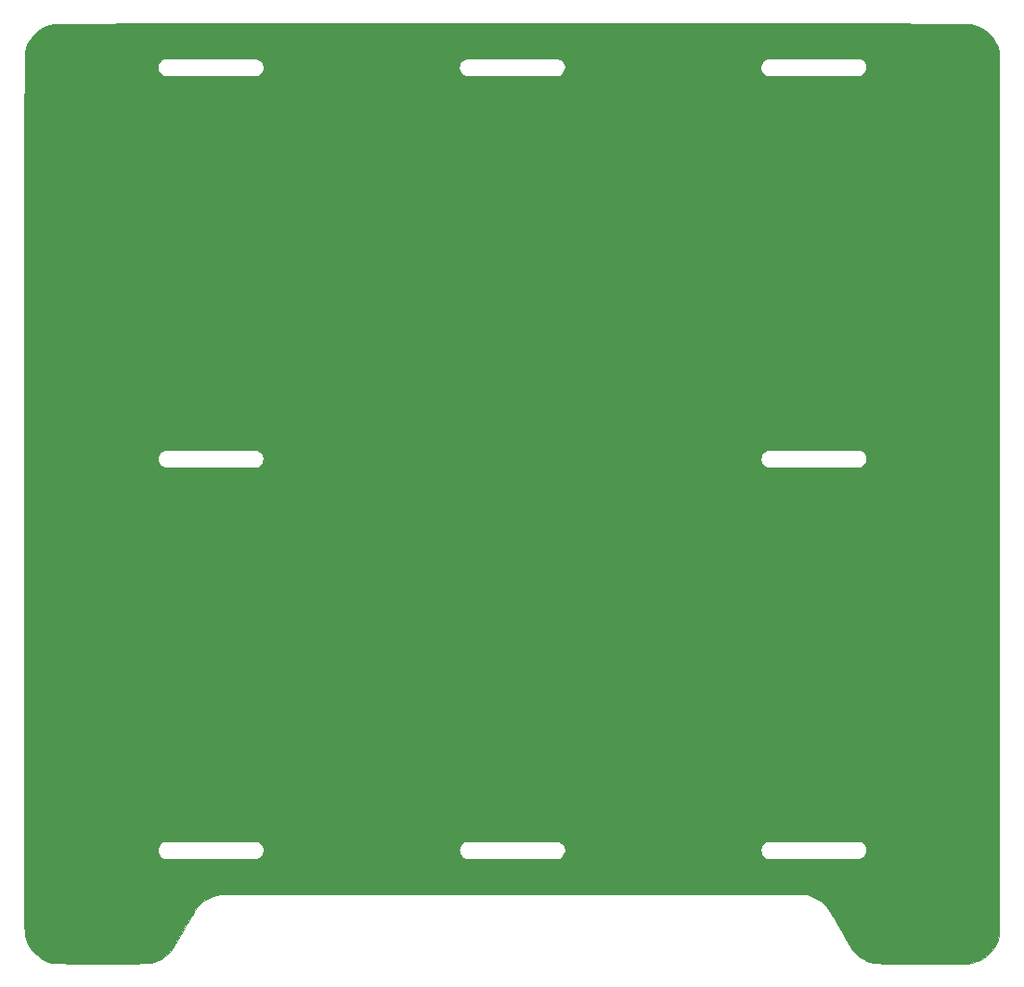
<source format=gbr>
%TF.GenerationSoftware,KiCad,Pcbnew,(6.0.0)*%
%TF.CreationDate,2022-01-21T14:37:34-08:00*%
%TF.ProjectId,PCB-side-name,5043422d-7369-4646-952d-6e616d652e6b,rev?*%
%TF.SameCoordinates,Original*%
%TF.FileFunction,Copper,L2,Bot*%
%TF.FilePolarity,Positive*%
%FSLAX46Y46*%
G04 Gerber Fmt 4.6, Leading zero omitted, Abs format (unit mm)*
G04 Created by KiCad (PCBNEW (6.0.0)) date 2022-01-21 14:37:34*
%MOMM*%
%LPD*%
G01*
G04 APERTURE LIST*
%TA.AperFunction,EtchedComponent*%
%ADD10C,0.010000*%
%TD*%
G04 APERTURE END LIST*
D10*
%TO.C,Ref\u002A\u002A*%
X138375871Y-41402597D02*
X139525145Y-41402619D01*
X139525145Y-41402619D02*
X140672759Y-41402656D01*
X140672759Y-41402656D02*
X141817928Y-41402706D01*
X141817928Y-41402706D02*
X142959866Y-41402771D01*
X142959866Y-41402771D02*
X144097788Y-41402850D01*
X144097788Y-41402850D02*
X145230909Y-41402942D01*
X145230909Y-41402942D02*
X146358442Y-41403049D01*
X146358442Y-41403049D02*
X147479602Y-41403170D01*
X147479602Y-41403170D02*
X148593604Y-41403304D01*
X148593604Y-41403304D02*
X149699661Y-41403453D01*
X149699661Y-41403453D02*
X150796989Y-41403616D01*
X150796989Y-41403616D02*
X151884802Y-41403792D01*
X151884802Y-41403792D02*
X152962313Y-41403983D01*
X152962313Y-41403983D02*
X154028739Y-41404188D01*
X154028739Y-41404188D02*
X155083292Y-41404407D01*
X155083292Y-41404407D02*
X156125188Y-41404639D01*
X156125188Y-41404639D02*
X157153640Y-41404886D01*
X157153640Y-41404886D02*
X158167864Y-41405147D01*
X158167864Y-41405147D02*
X159167073Y-41405421D01*
X159167073Y-41405421D02*
X160150483Y-41405710D01*
X160150483Y-41405710D02*
X161117307Y-41406013D01*
X161117307Y-41406013D02*
X162066760Y-41406330D01*
X162066760Y-41406330D02*
X162998056Y-41406661D01*
X162998056Y-41406661D02*
X163910409Y-41407005D01*
X163910409Y-41407005D02*
X164803035Y-41407364D01*
X164803035Y-41407364D02*
X165675148Y-41407737D01*
X165675148Y-41407737D02*
X166525961Y-41408124D01*
X166525961Y-41408124D02*
X167354690Y-41408525D01*
X167354690Y-41408525D02*
X168160549Y-41408940D01*
X168160549Y-41408940D02*
X168942751Y-41409368D01*
X168942751Y-41409368D02*
X169700513Y-41409811D01*
X169700513Y-41409811D02*
X170433047Y-41410268D01*
X170433047Y-41410268D02*
X171139569Y-41410739D01*
X171139569Y-41410739D02*
X171819293Y-41411224D01*
X171819293Y-41411224D02*
X172471433Y-41411723D01*
X172471433Y-41411723D02*
X173095204Y-41412236D01*
X173095204Y-41412236D02*
X173689819Y-41412763D01*
X173689819Y-41412763D02*
X174254495Y-41413304D01*
X174254495Y-41413304D02*
X174788444Y-41413859D01*
X174788444Y-41413859D02*
X175290882Y-41414428D01*
X175290882Y-41414428D02*
X175761022Y-41415011D01*
X175761022Y-41415011D02*
X176198080Y-41415608D01*
X176198080Y-41415608D02*
X176601269Y-41416219D01*
X176601269Y-41416219D02*
X176969804Y-41416844D01*
X176969804Y-41416844D02*
X177302900Y-41417483D01*
X177302900Y-41417483D02*
X177599770Y-41418136D01*
X177599770Y-41418136D02*
X177859630Y-41418803D01*
X177859630Y-41418803D02*
X178081694Y-41419484D01*
X178081694Y-41419484D02*
X178265175Y-41420179D01*
X178265175Y-41420179D02*
X178409289Y-41420888D01*
X178409289Y-41420888D02*
X178513250Y-41421611D01*
X178513250Y-41421611D02*
X178576273Y-41422348D01*
X178576273Y-41422348D02*
X178596460Y-41422929D01*
X178596460Y-41422929D02*
X178899812Y-41457739D01*
X178899812Y-41457739D02*
X179178296Y-41514756D01*
X179178296Y-41514756D02*
X179445066Y-41597572D01*
X179445066Y-41597572D02*
X179713276Y-41709782D01*
X179713276Y-41709782D02*
X179800250Y-41751833D01*
X179800250Y-41751833D02*
X180113072Y-41930807D01*
X180113072Y-41930807D02*
X180400934Y-42142810D01*
X180400934Y-42142810D02*
X180661946Y-42385378D01*
X180661946Y-42385378D02*
X180894214Y-42656045D01*
X180894214Y-42656045D02*
X181095849Y-42952343D01*
X181095849Y-42952343D02*
X181264957Y-43271809D01*
X181264957Y-43271809D02*
X181399649Y-43611976D01*
X181399649Y-43611976D02*
X181496460Y-43963166D01*
X181496460Y-43963166D02*
X181498009Y-43970910D01*
X181498009Y-43970910D02*
X181499517Y-43980200D01*
X181499517Y-43980200D02*
X181500984Y-43991600D01*
X181500984Y-43991600D02*
X181502412Y-44005673D01*
X181502412Y-44005673D02*
X181503800Y-44022983D01*
X181503800Y-44022983D02*
X181505149Y-44044092D01*
X181505149Y-44044092D02*
X181506460Y-44069563D01*
X181506460Y-44069563D02*
X181507733Y-44099960D01*
X181507733Y-44099960D02*
X181508969Y-44135846D01*
X181508969Y-44135846D02*
X181510169Y-44177783D01*
X181510169Y-44177783D02*
X181511332Y-44226336D01*
X181511332Y-44226336D02*
X181512460Y-44282067D01*
X181512460Y-44282067D02*
X181513553Y-44345539D01*
X181513553Y-44345539D02*
X181514611Y-44417316D01*
X181514611Y-44417316D02*
X181515635Y-44497960D01*
X181515635Y-44497960D02*
X181516626Y-44588035D01*
X181516626Y-44588035D02*
X181517585Y-44688104D01*
X181517585Y-44688104D02*
X181518511Y-44798731D01*
X181518511Y-44798731D02*
X181519405Y-44920477D01*
X181519405Y-44920477D02*
X181520268Y-45053907D01*
X181520268Y-45053907D02*
X181521101Y-45199583D01*
X181521101Y-45199583D02*
X181521904Y-45358069D01*
X181521904Y-45358069D02*
X181522677Y-45529927D01*
X181522677Y-45529927D02*
X181523421Y-45715722D01*
X181523421Y-45715722D02*
X181524137Y-45916015D01*
X181524137Y-45916015D02*
X181524825Y-46131371D01*
X181524825Y-46131371D02*
X181525485Y-46362352D01*
X181525485Y-46362352D02*
X181526119Y-46609522D01*
X181526119Y-46609522D02*
X181526727Y-46873443D01*
X181526727Y-46873443D02*
X181527309Y-47154679D01*
X181527309Y-47154679D02*
X181527867Y-47453793D01*
X181527867Y-47453793D02*
X181528399Y-47771349D01*
X181528399Y-47771349D02*
X181528908Y-48107908D01*
X181528908Y-48107908D02*
X181529393Y-48464035D01*
X181529393Y-48464035D02*
X181529855Y-48840292D01*
X181529855Y-48840292D02*
X181530295Y-49237243D01*
X181530295Y-49237243D02*
X181530713Y-49655450D01*
X181530713Y-49655450D02*
X181531110Y-50095478D01*
X181531110Y-50095478D02*
X181531487Y-50557888D01*
X181531487Y-50557888D02*
X181531843Y-51043245D01*
X181531843Y-51043245D02*
X181532179Y-51552111D01*
X181532179Y-51552111D02*
X181532497Y-52085050D01*
X181532497Y-52085050D02*
X181532796Y-52642625D01*
X181532796Y-52642625D02*
X181533077Y-53225398D01*
X181533077Y-53225398D02*
X181533341Y-53833933D01*
X181533341Y-53833933D02*
X181533588Y-54468793D01*
X181533588Y-54468793D02*
X181533819Y-55130542D01*
X181533819Y-55130542D02*
X181534034Y-55819741D01*
X181534034Y-55819741D02*
X181534234Y-56536956D01*
X181534234Y-56536956D02*
X181534419Y-57282748D01*
X181534419Y-57282748D02*
X181534591Y-58057680D01*
X181534591Y-58057680D02*
X181534748Y-58862317D01*
X181534748Y-58862317D02*
X181534893Y-59697221D01*
X181534893Y-59697221D02*
X181535025Y-60562955D01*
X181535025Y-60562955D02*
X181535146Y-61460082D01*
X181535146Y-61460082D02*
X181535255Y-62389166D01*
X181535255Y-62389166D02*
X181535354Y-63350770D01*
X181535354Y-63350770D02*
X181535442Y-64345456D01*
X181535442Y-64345456D02*
X181535520Y-65373789D01*
X181535520Y-65373789D02*
X181535590Y-66436330D01*
X181535590Y-66436330D02*
X181535651Y-67533644D01*
X181535651Y-67533644D02*
X181535704Y-68666293D01*
X181535704Y-68666293D02*
X181535749Y-69834840D01*
X181535749Y-69834840D02*
X181535788Y-71039850D01*
X181535788Y-71039850D02*
X181535820Y-72281884D01*
X181535820Y-72281884D02*
X181535847Y-73561506D01*
X181535847Y-73561506D02*
X181535868Y-74879279D01*
X181535868Y-74879279D02*
X181535885Y-76235766D01*
X181535885Y-76235766D02*
X181535897Y-77631531D01*
X181535897Y-77631531D02*
X181535906Y-79067136D01*
X181535906Y-79067136D02*
X181535911Y-80543145D01*
X181535911Y-80543145D02*
X181535915Y-82060121D01*
X181535915Y-82060121D02*
X181535916Y-83618626D01*
X181535916Y-83618626D02*
X181535916Y-84296250D01*
X181535916Y-84296250D02*
X181535915Y-85872643D01*
X181535915Y-85872643D02*
X181535913Y-87407266D01*
X181535913Y-87407266D02*
X181535908Y-88900682D01*
X181535908Y-88900682D02*
X181535901Y-90353455D01*
X181535901Y-90353455D02*
X181535890Y-91766146D01*
X181535890Y-91766146D02*
X181535876Y-93139320D01*
X181535876Y-93139320D02*
X181535856Y-94473539D01*
X181535856Y-94473539D02*
X181535832Y-95769368D01*
X181535832Y-95769368D02*
X181535803Y-97027368D01*
X181535803Y-97027368D02*
X181535767Y-98248102D01*
X181535767Y-98248102D02*
X181535724Y-99432135D01*
X181535724Y-99432135D02*
X181535674Y-100580030D01*
X181535674Y-100580030D02*
X181535617Y-101692348D01*
X181535617Y-101692348D02*
X181535551Y-102769654D01*
X181535551Y-102769654D02*
X181535477Y-103812511D01*
X181535477Y-103812511D02*
X181535393Y-104821482D01*
X181535393Y-104821482D02*
X181535298Y-105797129D01*
X181535298Y-105797129D02*
X181535194Y-106740017D01*
X181535194Y-106740017D02*
X181535078Y-107650708D01*
X181535078Y-107650708D02*
X181534951Y-108529765D01*
X181534951Y-108529765D02*
X181534812Y-109377752D01*
X181534812Y-109377752D02*
X181534659Y-110195232D01*
X181534659Y-110195232D02*
X181534494Y-110982767D01*
X181534494Y-110982767D02*
X181534315Y-111740922D01*
X181534315Y-111740922D02*
X181534121Y-112470258D01*
X181534121Y-112470258D02*
X181533913Y-113171340D01*
X181533913Y-113171340D02*
X181533689Y-113844730D01*
X181533689Y-113844730D02*
X181533449Y-114490992D01*
X181533449Y-114490992D02*
X181533192Y-115110688D01*
X181533192Y-115110688D02*
X181532918Y-115704382D01*
X181532918Y-115704382D02*
X181532627Y-116272637D01*
X181532627Y-116272637D02*
X181532317Y-116816017D01*
X181532317Y-116816017D02*
X181531989Y-117335083D01*
X181531989Y-117335083D02*
X181531641Y-117830400D01*
X181531641Y-117830400D02*
X181531273Y-118302530D01*
X181531273Y-118302530D02*
X181530885Y-118752038D01*
X181530885Y-118752038D02*
X181530476Y-119179485D01*
X181530476Y-119179485D02*
X181530046Y-119585435D01*
X181530046Y-119585435D02*
X181529593Y-119970451D01*
X181529593Y-119970451D02*
X181529117Y-120335096D01*
X181529117Y-120335096D02*
X181528619Y-120679934D01*
X181528619Y-120679934D02*
X181528097Y-121005527D01*
X181528097Y-121005527D02*
X181527550Y-121312439D01*
X181527550Y-121312439D02*
X181526979Y-121601233D01*
X181526979Y-121601233D02*
X181526382Y-121872472D01*
X181526382Y-121872472D02*
X181525759Y-122126719D01*
X181525759Y-122126719D02*
X181525110Y-122364537D01*
X181525110Y-122364537D02*
X181524434Y-122586489D01*
X181524434Y-122586489D02*
X181523730Y-122793140D01*
X181523730Y-122793140D02*
X181522998Y-122985050D01*
X181522998Y-122985050D02*
X181522237Y-123162785D01*
X181522237Y-123162785D02*
X181521447Y-123326907D01*
X181521447Y-123326907D02*
X181520627Y-123477979D01*
X181520627Y-123477979D02*
X181519777Y-123616564D01*
X181519777Y-123616564D02*
X181518896Y-123743225D01*
X181518896Y-123743225D02*
X181517984Y-123858526D01*
X181517984Y-123858526D02*
X181517039Y-123963030D01*
X181517039Y-123963030D02*
X181516062Y-124057300D01*
X181516062Y-124057300D02*
X181515052Y-124141898D01*
X181515052Y-124141898D02*
X181514008Y-124217389D01*
X181514008Y-124217389D02*
X181512930Y-124284335D01*
X181512930Y-124284335D02*
X181511817Y-124343299D01*
X181511817Y-124343299D02*
X181510669Y-124394845D01*
X181510669Y-124394845D02*
X181509485Y-124439536D01*
X181509485Y-124439536D02*
X181508265Y-124477934D01*
X181508265Y-124477934D02*
X181507008Y-124510604D01*
X181507008Y-124510604D02*
X181505713Y-124538108D01*
X181505713Y-124538108D02*
X181504380Y-124561009D01*
X181504380Y-124561009D02*
X181503009Y-124579870D01*
X181503009Y-124579870D02*
X181501598Y-124595255D01*
X181501598Y-124595255D02*
X181500148Y-124607727D01*
X181500148Y-124607727D02*
X181498657Y-124617848D01*
X181498657Y-124617848D02*
X181497126Y-124626183D01*
X181497126Y-124626183D02*
X181496460Y-124629333D01*
X181496460Y-124629333D02*
X181395593Y-124995600D01*
X181395593Y-124995600D02*
X181259336Y-125339691D01*
X181259336Y-125339691D02*
X181089283Y-125660026D01*
X181089283Y-125660026D02*
X180887028Y-125955027D01*
X180887028Y-125955027D02*
X180654164Y-126223116D01*
X180654164Y-126223116D02*
X180392286Y-126462715D01*
X180392286Y-126462715D02*
X180102986Y-126672246D01*
X180102986Y-126672246D02*
X179787860Y-126850130D01*
X179787860Y-126850130D02*
X179448500Y-126994788D01*
X179448500Y-126994788D02*
X179086500Y-127104643D01*
X179086500Y-127104643D02*
X178969785Y-127131416D01*
X178969785Y-127131416D02*
X178741916Y-127179820D01*
X178741916Y-127179820D02*
X174699083Y-127186511D01*
X174699083Y-127186511D02*
X174152969Y-127187323D01*
X174152969Y-127187323D02*
X173648207Y-127187880D01*
X173648207Y-127187880D02*
X173183813Y-127188177D01*
X173183813Y-127188177D02*
X172758806Y-127188211D01*
X172758806Y-127188211D02*
X172372204Y-127187978D01*
X172372204Y-127187978D02*
X172023026Y-127187473D01*
X172023026Y-127187473D02*
X171710289Y-127186693D01*
X171710289Y-127186693D02*
X171433011Y-127185635D01*
X171433011Y-127185635D02*
X171190211Y-127184293D01*
X171190211Y-127184293D02*
X170980906Y-127182665D01*
X170980906Y-127182665D02*
X170804116Y-127180746D01*
X170804116Y-127180746D02*
X170658857Y-127178532D01*
X170658857Y-127178532D02*
X170544149Y-127176020D01*
X170544149Y-127176020D02*
X170459009Y-127173205D01*
X170459009Y-127173205D02*
X170402455Y-127170084D01*
X170402455Y-127170084D02*
X170394072Y-127169385D01*
X170394072Y-127169385D02*
X170029750Y-127115606D01*
X170029750Y-127115606D02*
X169678500Y-127022304D01*
X169678500Y-127022304D02*
X169342828Y-126890690D01*
X169342828Y-126890690D02*
X169025238Y-126721973D01*
X169025238Y-126721973D02*
X168728234Y-126517364D01*
X168728234Y-126517364D02*
X168454320Y-126278072D01*
X168454320Y-126278072D02*
X168368429Y-126190650D01*
X168368429Y-126190650D02*
X168286936Y-126101223D01*
X168286936Y-126101223D02*
X168204301Y-126005055D01*
X168204301Y-126005055D02*
X168132156Y-125915935D01*
X168132156Y-125915935D02*
X168095687Y-125867325D01*
X168095687Y-125867325D02*
X168070223Y-125828155D01*
X168070223Y-125828155D02*
X168025344Y-125755143D01*
X168025344Y-125755143D02*
X167962733Y-125651149D01*
X167962733Y-125651149D02*
X167884071Y-125519034D01*
X167884071Y-125519034D02*
X167791040Y-125361658D01*
X167791040Y-125361658D02*
X167685321Y-125181880D01*
X167685321Y-125181880D02*
X167568598Y-124982562D01*
X167568598Y-124982562D02*
X167442550Y-124766563D01*
X167442550Y-124766563D02*
X167308862Y-124536744D01*
X167308862Y-124536744D02*
X167169213Y-124295965D01*
X167169213Y-124295965D02*
X167025287Y-124047086D01*
X167025287Y-124047086D02*
X167020871Y-124039440D01*
X167020871Y-124039440D02*
X166877131Y-123790731D01*
X166877131Y-123790731D02*
X166737890Y-123550259D01*
X166737890Y-123550259D02*
X166604804Y-123320858D01*
X166604804Y-123320858D02*
X166479529Y-123105360D01*
X166479529Y-123105360D02*
X166363719Y-122906600D01*
X166363719Y-122906600D02*
X166259031Y-122727410D01*
X166259031Y-122727410D02*
X166167119Y-122570623D01*
X166167119Y-122570623D02*
X166089639Y-122439074D01*
X166089639Y-122439074D02*
X166028247Y-122335595D01*
X166028247Y-122335595D02*
X165984598Y-122263020D01*
X165984598Y-122263020D02*
X165960347Y-122224182D01*
X165960347Y-122224182D02*
X165959787Y-122223345D01*
X165959787Y-122223345D02*
X165741884Y-121936748D01*
X165741884Y-121936748D02*
X165494295Y-121680003D01*
X165494295Y-121680003D02*
X165217992Y-121453769D01*
X165217992Y-121453769D02*
X164913948Y-121258707D01*
X164913948Y-121258707D02*
X164583136Y-121095478D01*
X164583136Y-121095478D02*
X164226528Y-120964740D01*
X164226528Y-120964740D02*
X164020661Y-120907152D01*
X164020661Y-120907152D02*
X163798250Y-120851340D01*
X163798250Y-120851340D02*
X137212916Y-120845250D01*
X137212916Y-120845250D02*
X135818560Y-120844943D01*
X135818560Y-120844943D02*
X134466162Y-120844669D01*
X134466162Y-120844669D02*
X133155346Y-120844429D01*
X133155346Y-120844429D02*
X131885736Y-120844224D01*
X131885736Y-120844224D02*
X130656958Y-120844053D01*
X130656958Y-120844053D02*
X129468635Y-120843917D01*
X129468635Y-120843917D02*
X128320393Y-120843816D01*
X128320393Y-120843816D02*
X127211855Y-120843750D01*
X127211855Y-120843750D02*
X126142645Y-120843719D01*
X126142645Y-120843719D02*
X125112390Y-120843724D01*
X125112390Y-120843724D02*
X124120712Y-120843765D01*
X124120712Y-120843765D02*
X123167236Y-120843843D01*
X123167236Y-120843843D02*
X122251587Y-120843956D01*
X122251587Y-120843956D02*
X121373389Y-120844106D01*
X121373389Y-120844106D02*
X120532267Y-120844294D01*
X120532267Y-120844294D02*
X119727845Y-120844518D01*
X119727845Y-120844518D02*
X118959748Y-120844779D01*
X118959748Y-120844779D02*
X118227600Y-120845079D01*
X118227600Y-120845079D02*
X117531025Y-120845416D01*
X117531025Y-120845416D02*
X116869648Y-120845791D01*
X116869648Y-120845791D02*
X116243093Y-120846204D01*
X116243093Y-120846204D02*
X115650986Y-120846656D01*
X115650986Y-120846656D02*
X115092949Y-120847147D01*
X115092949Y-120847147D02*
X114568608Y-120847676D01*
X114568608Y-120847676D02*
X114077588Y-120848245D01*
X114077588Y-120848245D02*
X113619512Y-120848854D01*
X113619512Y-120848854D02*
X113194005Y-120849502D01*
X113194005Y-120849502D02*
X112800692Y-120850190D01*
X112800692Y-120850190D02*
X112439196Y-120850919D01*
X112439196Y-120850919D02*
X112109144Y-120851688D01*
X112109144Y-120851688D02*
X111810158Y-120852497D01*
X111810158Y-120852497D02*
X111541863Y-120853348D01*
X111541863Y-120853348D02*
X111303884Y-120854239D01*
X111303884Y-120854239D02*
X111095846Y-120855172D01*
X111095846Y-120855172D02*
X110917372Y-120856147D01*
X110917372Y-120856147D02*
X110768088Y-120857164D01*
X110768088Y-120857164D02*
X110647617Y-120858222D01*
X110647617Y-120858222D02*
X110555584Y-120859323D01*
X110555584Y-120859323D02*
X110491613Y-120860467D01*
X110491613Y-120860467D02*
X110455330Y-120861653D01*
X110455330Y-120861653D02*
X110447666Y-120862235D01*
X110447666Y-120862235D02*
X110092158Y-120928732D01*
X110092158Y-120928732D02*
X109749132Y-121034395D01*
X109749132Y-121034395D02*
X109421724Y-121177263D01*
X109421724Y-121177263D02*
X109113068Y-121355373D01*
X109113068Y-121355373D02*
X108826300Y-121566765D01*
X108826300Y-121566765D02*
X108564557Y-121809477D01*
X108564557Y-121809477D02*
X108330973Y-122081548D01*
X108330973Y-122081548D02*
X108198310Y-122269250D01*
X108198310Y-122269250D02*
X108173365Y-122309589D01*
X108173365Y-122309589D02*
X108129013Y-122383704D01*
X108129013Y-122383704D02*
X108066956Y-122488673D01*
X108066956Y-122488673D02*
X107988897Y-122621577D01*
X107988897Y-122621577D02*
X107896540Y-122779496D01*
X107896540Y-122779496D02*
X107791585Y-122959510D01*
X107791585Y-122959510D02*
X107675737Y-123158700D01*
X107675737Y-123158700D02*
X107550698Y-123374145D01*
X107550698Y-123374145D02*
X107418170Y-123602926D01*
X107418170Y-123602926D02*
X107279857Y-123842123D01*
X107279857Y-123842123D02*
X107155330Y-124057833D01*
X107155330Y-124057833D02*
X107014220Y-124302273D01*
X107014220Y-124302273D02*
X106878045Y-124537808D01*
X106878045Y-124537808D02*
X106748435Y-124761638D01*
X106748435Y-124761638D02*
X106627023Y-124970959D01*
X106627023Y-124970959D02*
X106515440Y-125162969D01*
X106515440Y-125162969D02*
X106415320Y-125334866D01*
X106415320Y-125334866D02*
X106328292Y-125483848D01*
X106328292Y-125483848D02*
X106255991Y-125607113D01*
X106255991Y-125607113D02*
X106200047Y-125701858D01*
X106200047Y-125701858D02*
X106162093Y-125765281D01*
X106162093Y-125765281D02*
X106144506Y-125793500D01*
X106144506Y-125793500D02*
X105925202Y-126079957D01*
X105925202Y-126079957D02*
X105676496Y-126337235D01*
X105676496Y-126337235D02*
X105401110Y-126563724D01*
X105401110Y-126563724D02*
X105101765Y-126757815D01*
X105101765Y-126757815D02*
X104781183Y-126917900D01*
X104781183Y-126917900D02*
X104442086Y-127042369D01*
X104442086Y-127042369D02*
X104087197Y-127129615D01*
X104087197Y-127129615D02*
X103817320Y-127169127D01*
X103817320Y-127169127D02*
X103775488Y-127171281D01*
X103775488Y-127171281D02*
X103693898Y-127173298D01*
X103693898Y-127173298D02*
X103575122Y-127175179D01*
X103575122Y-127175179D02*
X103421736Y-127176923D01*
X103421736Y-127176923D02*
X103236312Y-127178531D01*
X103236312Y-127178531D02*
X103021426Y-127180002D01*
X103021426Y-127180002D02*
X102779652Y-127181338D01*
X102779652Y-127181338D02*
X102513562Y-127182537D01*
X102513562Y-127182537D02*
X102225732Y-127183600D01*
X102225732Y-127183600D02*
X101918736Y-127184528D01*
X101918736Y-127184528D02*
X101595147Y-127185319D01*
X101595147Y-127185319D02*
X101257540Y-127185975D01*
X101257540Y-127185975D02*
X100908489Y-127186495D01*
X100908489Y-127186495D02*
X100550568Y-127186880D01*
X100550568Y-127186880D02*
X100186350Y-127187129D01*
X100186350Y-127187129D02*
X99818410Y-127187243D01*
X99818410Y-127187243D02*
X99449323Y-127187222D01*
X99449323Y-127187222D02*
X99081661Y-127187065D01*
X99081661Y-127187065D02*
X98718000Y-127186774D01*
X98718000Y-127186774D02*
X98360913Y-127186348D01*
X98360913Y-127186348D02*
X98012974Y-127185787D01*
X98012974Y-127185787D02*
X97676758Y-127185091D01*
X97676758Y-127185091D02*
X97354838Y-127184260D01*
X97354838Y-127184260D02*
X97049789Y-127183295D01*
X97049789Y-127183295D02*
X96764184Y-127182196D01*
X96764184Y-127182196D02*
X96500599Y-127180962D01*
X96500599Y-127180962D02*
X96261605Y-127179594D01*
X96261605Y-127179594D02*
X96049779Y-127178091D01*
X96049779Y-127178091D02*
X95867694Y-127176455D01*
X95867694Y-127176455D02*
X95717923Y-127174685D01*
X95717923Y-127174685D02*
X95603042Y-127172781D01*
X95603042Y-127172781D02*
X95525623Y-127170743D01*
X95525623Y-127170743D02*
X95490282Y-127168813D01*
X95490282Y-127168813D02*
X95126967Y-127109867D01*
X95126967Y-127109867D02*
X94778276Y-127012040D01*
X94778276Y-127012040D02*
X94446567Y-126876968D01*
X94446567Y-126876968D02*
X94134198Y-126706287D01*
X94134198Y-126706287D02*
X93843526Y-126501633D01*
X93843526Y-126501633D02*
X93576910Y-126264642D01*
X93576910Y-126264642D02*
X93336707Y-125996951D01*
X93336707Y-125996951D02*
X93125275Y-125700196D01*
X93125275Y-125700196D02*
X92964996Y-125416524D01*
X92964996Y-125416524D02*
X92848312Y-125157376D01*
X92848312Y-125157376D02*
X92759162Y-124895661D01*
X92759162Y-124895661D02*
X92694313Y-124619837D01*
X92694313Y-124619837D02*
X92650530Y-124318363D01*
X92650530Y-124318363D02*
X92646555Y-124280083D01*
X92646555Y-124280083D02*
X92645564Y-124256949D01*
X92645564Y-124256949D02*
X92644602Y-124207469D01*
X92644602Y-124207469D02*
X92643668Y-124131318D01*
X92643668Y-124131318D02*
X92642763Y-124028172D01*
X92642763Y-124028172D02*
X92641886Y-123897704D01*
X92641886Y-123897704D02*
X92641038Y-123739591D01*
X92641038Y-123739591D02*
X92640217Y-123553506D01*
X92640217Y-123553506D02*
X92639425Y-123339126D01*
X92639425Y-123339126D02*
X92638660Y-123096125D01*
X92638660Y-123096125D02*
X92637923Y-122824178D01*
X92637923Y-122824178D02*
X92637214Y-122522960D01*
X92637214Y-122522960D02*
X92636531Y-122192146D01*
X92636531Y-122192146D02*
X92635877Y-121831411D01*
X92635877Y-121831411D02*
X92635249Y-121440431D01*
X92635249Y-121440431D02*
X92634648Y-121018879D01*
X92634648Y-121018879D02*
X92634074Y-120566432D01*
X92634074Y-120566432D02*
X92633527Y-120082764D01*
X92633527Y-120082764D02*
X92633007Y-119567550D01*
X92633007Y-119567550D02*
X92632512Y-119020465D01*
X92632512Y-119020465D02*
X92632045Y-118441184D01*
X92632045Y-118441184D02*
X92631603Y-117829383D01*
X92631603Y-117829383D02*
X92631187Y-117184735D01*
X92631187Y-117184735D02*
X92630953Y-116776152D01*
X92630953Y-116776152D02*
X104759599Y-116776152D01*
X104759599Y-116776152D02*
X104761993Y-116944748D01*
X104761993Y-116944748D02*
X104796754Y-117101501D01*
X104796754Y-117101501D02*
X104869424Y-117267239D01*
X104869424Y-117267239D02*
X104976408Y-117413618D01*
X104976408Y-117413618D02*
X105111930Y-117534875D01*
X105111930Y-117534875D02*
X105270212Y-117625249D01*
X105270212Y-117625249D02*
X105352554Y-117655959D01*
X105352554Y-117655959D02*
X105370166Y-117659379D01*
X105370166Y-117659379D02*
X105401286Y-117662528D01*
X105401286Y-117662528D02*
X105447508Y-117665416D01*
X105447508Y-117665416D02*
X105510426Y-117668056D01*
X105510426Y-117668056D02*
X105591636Y-117670457D01*
X105591636Y-117670457D02*
X105692731Y-117672631D01*
X105692731Y-117672631D02*
X105815307Y-117674588D01*
X105815307Y-117674588D02*
X105960957Y-117676341D01*
X105960957Y-117676341D02*
X106131277Y-117677899D01*
X106131277Y-117677899D02*
X106327861Y-117679274D01*
X106327861Y-117679274D02*
X106552303Y-117680478D01*
X106552303Y-117680478D02*
X106806199Y-117681520D01*
X106806199Y-117681520D02*
X107091143Y-117682412D01*
X107091143Y-117682412D02*
X107408729Y-117683166D01*
X107408729Y-117683166D02*
X107760552Y-117683791D01*
X107760552Y-117683791D02*
X108148206Y-117684300D01*
X108148206Y-117684300D02*
X108573287Y-117684703D01*
X108573287Y-117684703D02*
X109037388Y-117685011D01*
X109037388Y-117685011D02*
X109542105Y-117685236D01*
X109542105Y-117685236D02*
X109582895Y-117685250D01*
X109582895Y-117685250D02*
X110075044Y-117685412D01*
X110075044Y-117685412D02*
X110526665Y-117685534D01*
X110526665Y-117685534D02*
X110939562Y-117685601D01*
X110939562Y-117685601D02*
X111315540Y-117685594D01*
X111315540Y-117685594D02*
X111656405Y-117685497D01*
X111656405Y-117685497D02*
X111963960Y-117685293D01*
X111963960Y-117685293D02*
X112240012Y-117684964D01*
X112240012Y-117684964D02*
X112486364Y-117684493D01*
X112486364Y-117684493D02*
X112704822Y-117683863D01*
X112704822Y-117683863D02*
X112897190Y-117683057D01*
X112897190Y-117683057D02*
X113065273Y-117682059D01*
X113065273Y-117682059D02*
X113210877Y-117680850D01*
X113210877Y-117680850D02*
X113335806Y-117679413D01*
X113335806Y-117679413D02*
X113441864Y-117677732D01*
X113441864Y-117677732D02*
X113530858Y-117675790D01*
X113530858Y-117675790D02*
X113604591Y-117673569D01*
X113604591Y-117673569D02*
X113664868Y-117671052D01*
X113664868Y-117671052D02*
X113713495Y-117668222D01*
X113713495Y-117668222D02*
X113752276Y-117665061D01*
X113752276Y-117665061D02*
X113783017Y-117661554D01*
X113783017Y-117661554D02*
X113807521Y-117657682D01*
X113807521Y-117657682D02*
X113827594Y-117653429D01*
X113827594Y-117653429D02*
X113845041Y-117648777D01*
X113845041Y-117648777D02*
X113858562Y-117644682D01*
X113858562Y-117644682D02*
X114013915Y-117575293D01*
X114013915Y-117575293D02*
X114154489Y-117472212D01*
X114154489Y-117472212D02*
X114272813Y-117343023D01*
X114272813Y-117343023D02*
X114361415Y-117195310D01*
X114361415Y-117195310D02*
X114398472Y-117096629D01*
X114398472Y-117096629D02*
X114423761Y-116955362D01*
X114423761Y-116955362D02*
X114425206Y-116828860D01*
X114425206Y-116828860D02*
X132260307Y-116828860D01*
X132260307Y-116828860D02*
X132268317Y-116986366D01*
X132268317Y-116986366D02*
X132298593Y-117129173D01*
X132298593Y-117129173D02*
X132310466Y-117162720D01*
X132310466Y-117162720D02*
X132368749Y-117273155D01*
X132368749Y-117273155D02*
X132453908Y-117386763D01*
X132453908Y-117386763D02*
X132554026Y-117489764D01*
X132554026Y-117489764D02*
X132657187Y-117568380D01*
X132657187Y-117568380D02*
X132665663Y-117573467D01*
X132665663Y-117573467D02*
X132686971Y-117586428D01*
X132686971Y-117586428D02*
X132706010Y-117598340D01*
X132706010Y-117598340D02*
X132724562Y-117609244D01*
X132724562Y-117609244D02*
X132744411Y-117619185D01*
X132744411Y-117619185D02*
X132767338Y-117628204D01*
X132767338Y-117628204D02*
X132795126Y-117636343D01*
X132795126Y-117636343D02*
X132829559Y-117643646D01*
X132829559Y-117643646D02*
X132872417Y-117650155D01*
X132872417Y-117650155D02*
X132925484Y-117655913D01*
X132925484Y-117655913D02*
X132990543Y-117660962D01*
X132990543Y-117660962D02*
X133069375Y-117665345D01*
X133069375Y-117665345D02*
X133163764Y-117669104D01*
X133163764Y-117669104D02*
X133275492Y-117672282D01*
X133275492Y-117672282D02*
X133406341Y-117674921D01*
X133406341Y-117674921D02*
X133558094Y-117677065D01*
X133558094Y-117677065D02*
X133732534Y-117678756D01*
X133732534Y-117678756D02*
X133931442Y-117680036D01*
X133931442Y-117680036D02*
X134156602Y-117680948D01*
X134156602Y-117680948D02*
X134409796Y-117681534D01*
X134409796Y-117681534D02*
X134692807Y-117681838D01*
X134692807Y-117681838D02*
X135007417Y-117681901D01*
X135007417Y-117681901D02*
X135355409Y-117681766D01*
X135355409Y-117681766D02*
X135738564Y-117681477D01*
X135738564Y-117681477D02*
X136158667Y-117681075D01*
X136158667Y-117681075D02*
X136617498Y-117680602D01*
X136617498Y-117680602D02*
X137116842Y-117680103D01*
X137116842Y-117680103D02*
X137128250Y-117680092D01*
X137128250Y-117680092D02*
X141319250Y-117676083D01*
X141319250Y-117676083D02*
X141439735Y-117616916D01*
X141439735Y-117616916D02*
X141598144Y-117518295D01*
X141598144Y-117518295D02*
X141725586Y-117396605D01*
X141725586Y-117396605D02*
X141822059Y-117256923D01*
X141822059Y-117256923D02*
X141887561Y-117104324D01*
X141887561Y-117104324D02*
X141922091Y-116943886D01*
X141922091Y-116943886D02*
X141925646Y-116780685D01*
X141925646Y-116780685D02*
X141922854Y-116764301D01*
X141922854Y-116764301D02*
X159757166Y-116764301D01*
X159757166Y-116764301D02*
X159757295Y-116934257D01*
X159757295Y-116934257D02*
X159792741Y-117102887D01*
X159792741Y-117102887D02*
X159864613Y-117264834D01*
X159864613Y-117264834D02*
X159972163Y-117412679D01*
X159972163Y-117412679D02*
X160106621Y-117534720D01*
X160106621Y-117534720D02*
X160257564Y-117622484D01*
X160257564Y-117622484D02*
X160357171Y-117657856D01*
X160357171Y-117657856D02*
X160377668Y-117661096D01*
X160377668Y-117661096D02*
X160415195Y-117664059D01*
X160415195Y-117664059D02*
X160471224Y-117666755D01*
X160471224Y-117666755D02*
X160547226Y-117669189D01*
X160547226Y-117669189D02*
X160644673Y-117671370D01*
X160644673Y-117671370D02*
X160765038Y-117673306D01*
X160765038Y-117673306D02*
X160909793Y-117675004D01*
X160909793Y-117675004D02*
X161080409Y-117676472D01*
X161080409Y-117676472D02*
X161278359Y-117677718D01*
X161278359Y-117677718D02*
X161505114Y-117678748D01*
X161505114Y-117678748D02*
X161762147Y-117679571D01*
X161762147Y-117679571D02*
X162050930Y-117680195D01*
X162050930Y-117680195D02*
X162372934Y-117680627D01*
X162372934Y-117680627D02*
X162729632Y-117680874D01*
X162729632Y-117680874D02*
X163122496Y-117680945D01*
X163122496Y-117680945D02*
X163552997Y-117680846D01*
X163552997Y-117680846D02*
X164022608Y-117680587D01*
X164022608Y-117680587D02*
X164532800Y-117680174D01*
X164532800Y-117680174D02*
X164634333Y-117680078D01*
X164634333Y-117680078D02*
X168814750Y-117676083D01*
X168814750Y-117676083D02*
X168954219Y-117607835D01*
X168954219Y-117607835D02*
X169104845Y-117512314D01*
X169104845Y-117512314D02*
X169231040Y-117388365D01*
X169231040Y-117388365D02*
X169329339Y-117242554D01*
X169329339Y-117242554D02*
X169396277Y-117081448D01*
X169396277Y-117081448D02*
X169428387Y-116911613D01*
X169428387Y-116911613D02*
X169422205Y-116739615D01*
X169422205Y-116739615D02*
X169419886Y-116725581D01*
X169419886Y-116725581D02*
X169367959Y-116544953D01*
X169367959Y-116544953D02*
X169280802Y-116380971D01*
X169280802Y-116380971D02*
X169162894Y-116239592D01*
X169162894Y-116239592D02*
X169018715Y-116126774D01*
X169018715Y-116126774D02*
X168935782Y-116081811D01*
X168935782Y-116081811D02*
X168814750Y-116025083D01*
X168814750Y-116025083D02*
X160369250Y-116025083D01*
X160369250Y-116025083D02*
X160247485Y-116082146D01*
X160247485Y-116082146D02*
X160087655Y-116178368D01*
X160087655Y-116178368D02*
X159957600Y-116300052D01*
X159957600Y-116300052D02*
X159858428Y-116441841D01*
X159858428Y-116441841D02*
X159791247Y-116598376D01*
X159791247Y-116598376D02*
X159757166Y-116764301D01*
X159757166Y-116764301D02*
X141922854Y-116764301D01*
X141922854Y-116764301D02*
X141898225Y-116619799D01*
X141898225Y-116619799D02*
X141839825Y-116466304D01*
X141839825Y-116466304D02*
X141750446Y-116325276D01*
X141750446Y-116325276D02*
X141630085Y-116201794D01*
X141630085Y-116201794D02*
X141478741Y-116100932D01*
X141478741Y-116100932D02*
X141440282Y-116081811D01*
X141440282Y-116081811D02*
X141319250Y-116025083D01*
X141319250Y-116025083D02*
X132873750Y-116025083D01*
X132873750Y-116025083D02*
X132740980Y-116086396D01*
X132740980Y-116086396D02*
X132615965Y-116161958D01*
X132615965Y-116161958D02*
X132496856Y-116266099D01*
X132496856Y-116266099D02*
X132394795Y-116387143D01*
X132394795Y-116387143D02*
X132320921Y-116513416D01*
X132320921Y-116513416D02*
X132311023Y-116536956D01*
X132311023Y-116536956D02*
X132274547Y-116673457D01*
X132274547Y-116673457D02*
X132260307Y-116828860D01*
X132260307Y-116828860D02*
X114425206Y-116828860D01*
X114425206Y-116828860D02*
X114425537Y-116799971D01*
X114425537Y-116799971D02*
X114405009Y-116646630D01*
X114405009Y-116646630D02*
X114363384Y-116511509D01*
X114363384Y-116511509D02*
X114353096Y-116489038D01*
X114353096Y-116489038D02*
X114265853Y-116351181D01*
X114265853Y-116351181D02*
X114148676Y-116224837D01*
X114148676Y-116224837D02*
X114013956Y-116122378D01*
X114013956Y-116122378D02*
X113950750Y-116087283D01*
X113950750Y-116087283D02*
X113823750Y-116025083D01*
X113823750Y-116025083D02*
X105378250Y-116025083D01*
X105378250Y-116025083D02*
X105255532Y-116082582D01*
X105255532Y-116082582D02*
X105088568Y-116181715D01*
X105088568Y-116181715D02*
X104954701Y-116307220D01*
X104954701Y-116307220D02*
X104853756Y-116459296D01*
X104853756Y-116459296D02*
X104795635Y-116603285D01*
X104795635Y-116603285D02*
X104759599Y-116776152D01*
X104759599Y-116776152D02*
X92630953Y-116776152D01*
X92630953Y-116776152D02*
X92630798Y-116506917D01*
X92630798Y-116506917D02*
X92630433Y-115795603D01*
X92630433Y-115795603D02*
X92630095Y-115050468D01*
X92630095Y-115050468D02*
X92629782Y-114271188D01*
X92629782Y-114271188D02*
X92629495Y-113457436D01*
X92629495Y-113457436D02*
X92629232Y-112608889D01*
X92629232Y-112608889D02*
X92628995Y-111725221D01*
X92628995Y-111725221D02*
X92628783Y-110806107D01*
X92628783Y-110806107D02*
X92628595Y-109851222D01*
X92628595Y-109851222D02*
X92628432Y-108860242D01*
X92628432Y-108860242D02*
X92628294Y-107832840D01*
X92628294Y-107832840D02*
X92628180Y-106768693D01*
X92628180Y-106768693D02*
X92628090Y-105667475D01*
X92628090Y-105667475D02*
X92628024Y-104528862D01*
X92628024Y-104528862D02*
X92627982Y-103352527D01*
X92627982Y-103352527D02*
X92627965Y-102138147D01*
X92627965Y-102138147D02*
X92627970Y-100885396D01*
X92627970Y-100885396D02*
X92628000Y-99593949D01*
X92628000Y-99593949D02*
X92628052Y-98263482D01*
X92628052Y-98263482D02*
X92628129Y-96893668D01*
X92628129Y-96893668D02*
X92628228Y-95484184D01*
X92628228Y-95484184D02*
X92628350Y-94034705D01*
X92628350Y-94034705D02*
X92628495Y-92544904D01*
X92628495Y-92544904D02*
X92628663Y-91014458D01*
X92628663Y-91014458D02*
X92628853Y-89443041D01*
X92628853Y-89443041D02*
X92629066Y-87830328D01*
X92629066Y-87830328D02*
X92629301Y-86175995D01*
X92629301Y-86175995D02*
X92629559Y-84479716D01*
X92629559Y-84479716D02*
X92629611Y-84148083D01*
X92629611Y-84148083D02*
X92629860Y-82576322D01*
X92629860Y-82576322D02*
X92630081Y-81191843D01*
X92630081Y-81191843D02*
X104761381Y-81191843D01*
X104761381Y-81191843D02*
X104789763Y-81350049D01*
X104789763Y-81350049D02*
X104847882Y-81500895D01*
X104847882Y-81500895D02*
X104935358Y-81639439D01*
X104935358Y-81639439D02*
X105051811Y-81760735D01*
X105051811Y-81760735D02*
X105196859Y-81859841D01*
X105196859Y-81859841D02*
X105357083Y-81927761D01*
X105357083Y-81927761D02*
X105374943Y-81931060D01*
X105374943Y-81931060D02*
X105407927Y-81934079D01*
X105407927Y-81934079D02*
X105457567Y-81936827D01*
X105457567Y-81936827D02*
X105525395Y-81939312D01*
X105525395Y-81939312D02*
X105612946Y-81941541D01*
X105612946Y-81941541D02*
X105721752Y-81943524D01*
X105721752Y-81943524D02*
X105853346Y-81945269D01*
X105853346Y-81945269D02*
X106009261Y-81946783D01*
X106009261Y-81946783D02*
X106191030Y-81948075D01*
X106191030Y-81948075D02*
X106400186Y-81949154D01*
X106400186Y-81949154D02*
X106638262Y-81950027D01*
X106638262Y-81950027D02*
X106906791Y-81950703D01*
X106906791Y-81950703D02*
X107207305Y-81951189D01*
X107207305Y-81951189D02*
X107541338Y-81951495D01*
X107541338Y-81951495D02*
X107910424Y-81951629D01*
X107910424Y-81951629D02*
X108316093Y-81951598D01*
X108316093Y-81951598D02*
X108759881Y-81951411D01*
X108759881Y-81951411D02*
X109243319Y-81951076D01*
X109243319Y-81951076D02*
X109632750Y-81950732D01*
X109632750Y-81950732D02*
X113823750Y-81946750D01*
X113823750Y-81946750D02*
X113945844Y-81889535D01*
X113945844Y-81889535D02*
X114067370Y-81815414D01*
X114067370Y-81815414D02*
X114185037Y-81713210D01*
X114185037Y-81713210D02*
X114286325Y-81595478D01*
X114286325Y-81595478D02*
X114358072Y-81476177D01*
X114358072Y-81476177D02*
X114400090Y-81348247D01*
X114400090Y-81348247D02*
X114422840Y-81198963D01*
X114422840Y-81198963D02*
X114424870Y-81065936D01*
X114424870Y-81065936D02*
X159754912Y-81065936D01*
X159754912Y-81065936D02*
X159759272Y-81241137D01*
X159759272Y-81241137D02*
X159801591Y-81414185D01*
X159801591Y-81414185D02*
X159833228Y-81489071D01*
X159833228Y-81489071D02*
X159920502Y-81626293D01*
X159920502Y-81626293D02*
X160039319Y-81750249D01*
X160039319Y-81750249D02*
X160179095Y-81851865D01*
X160179095Y-81851865D02*
X160329247Y-81922063D01*
X160329247Y-81922063D02*
X160343554Y-81926732D01*
X160343554Y-81926732D02*
X160360815Y-81930131D01*
X160360815Y-81930131D02*
X160391063Y-81933243D01*
X160391063Y-81933243D02*
X160435898Y-81936076D01*
X160435898Y-81936076D02*
X160496920Y-81938640D01*
X160496920Y-81938640D02*
X160575727Y-81940944D01*
X160575727Y-81940944D02*
X160673921Y-81942997D01*
X160673921Y-81942997D02*
X160793099Y-81944807D01*
X160793099Y-81944807D02*
X160934862Y-81946384D01*
X160934862Y-81946384D02*
X161100809Y-81947737D01*
X161100809Y-81947737D02*
X161292540Y-81948875D01*
X161292540Y-81948875D02*
X161511654Y-81949806D01*
X161511654Y-81949806D02*
X161759751Y-81950539D01*
X161759751Y-81950539D02*
X162038430Y-81951084D01*
X162038430Y-81951084D02*
X162349290Y-81951450D01*
X162349290Y-81951450D02*
X162693932Y-81951645D01*
X162693932Y-81951645D02*
X163073955Y-81951679D01*
X163073955Y-81951679D02*
X163490958Y-81951560D01*
X163490958Y-81951560D02*
X163946541Y-81951297D01*
X163946541Y-81951297D02*
X164442304Y-81950900D01*
X164442304Y-81950900D02*
X164623750Y-81950732D01*
X164623750Y-81950732D02*
X168814750Y-81946750D01*
X168814750Y-81946750D02*
X168935782Y-81890022D01*
X168935782Y-81890022D02*
X169087091Y-81797773D01*
X169087091Y-81797773D02*
X169215362Y-81676952D01*
X169215362Y-81676952D02*
X169317025Y-81534166D01*
X169317025Y-81534166D02*
X169388510Y-81376021D01*
X169388510Y-81376021D02*
X169426246Y-81209124D01*
X169426246Y-81209124D02*
X169426665Y-81040082D01*
X169426665Y-81040082D02*
X169419793Y-80994262D01*
X169419793Y-80994262D02*
X169365880Y-80808619D01*
X169365880Y-80808619D02*
X169278564Y-80645356D01*
X169278564Y-80645356D02*
X169160975Y-80508028D01*
X169160975Y-80508028D02*
X169016244Y-80400188D01*
X169016244Y-80400188D02*
X168847502Y-80325389D01*
X168847502Y-80325389D02*
X168824313Y-80318377D01*
X168824313Y-80318377D02*
X168807437Y-80314356D01*
X168807437Y-80314356D02*
X168784841Y-80310673D01*
X168784841Y-80310673D02*
X168754763Y-80307318D01*
X168754763Y-80307318D02*
X168715441Y-80304279D01*
X168715441Y-80304279D02*
X168665110Y-80301544D01*
X168665110Y-80301544D02*
X168602008Y-80299101D01*
X168602008Y-80299101D02*
X168524372Y-80296940D01*
X168524372Y-80296940D02*
X168430439Y-80295048D01*
X168430439Y-80295048D02*
X168318447Y-80293414D01*
X168318447Y-80293414D02*
X168186631Y-80292026D01*
X168186631Y-80292026D02*
X168033230Y-80290873D01*
X168033230Y-80290873D02*
X167856480Y-80289942D01*
X167856480Y-80289942D02*
X167654618Y-80289224D01*
X167654618Y-80289224D02*
X167425882Y-80288705D01*
X167425882Y-80288705D02*
X167168508Y-80288374D01*
X167168508Y-80288374D02*
X166880734Y-80288221D01*
X166880734Y-80288221D02*
X166560796Y-80288232D01*
X166560796Y-80288232D02*
X166206932Y-80288397D01*
X166206932Y-80288397D02*
X165817378Y-80288704D01*
X165817378Y-80288704D02*
X165390372Y-80289141D01*
X165390372Y-80289141D02*
X164924151Y-80289697D01*
X164924151Y-80289697D02*
X164538063Y-80290198D01*
X164538063Y-80290198D02*
X160369250Y-80295750D01*
X160369250Y-80295750D02*
X160229780Y-80363997D01*
X160229780Y-80363997D02*
X160075512Y-80461522D01*
X160075512Y-80461522D02*
X159948813Y-80586374D01*
X159948813Y-80586374D02*
X159851762Y-80732658D01*
X159851762Y-80732658D02*
X159786435Y-80894478D01*
X159786435Y-80894478D02*
X159754912Y-81065936D01*
X159754912Y-81065936D02*
X114424870Y-81065936D01*
X114424870Y-81065936D02*
X114425186Y-81045229D01*
X114425186Y-81045229D02*
X114405991Y-80903946D01*
X114405991Y-80903946D02*
X114398472Y-80875203D01*
X114398472Y-80875203D02*
X114332085Y-80719122D01*
X114332085Y-80719122D02*
X114231267Y-80577265D01*
X114231267Y-80577265D02*
X114103375Y-80457060D01*
X114103375Y-80457060D02*
X113955764Y-80365939D01*
X113955764Y-80365939D02*
X113855500Y-80326670D01*
X113855500Y-80326670D02*
X113838624Y-80321672D01*
X113838624Y-80321672D02*
X113820763Y-80317088D01*
X113820763Y-80317088D02*
X113800116Y-80312903D01*
X113800116Y-80312903D02*
X113774886Y-80309102D01*
X113774886Y-80309102D02*
X113743272Y-80305669D01*
X113743272Y-80305669D02*
X113703474Y-80302589D01*
X113703474Y-80302589D02*
X113653694Y-80299847D01*
X113653694Y-80299847D02*
X113592132Y-80297428D01*
X113592132Y-80297428D02*
X113516988Y-80295315D01*
X113516988Y-80295315D02*
X113426463Y-80293495D01*
X113426463Y-80293495D02*
X113318758Y-80291952D01*
X113318758Y-80291952D02*
X113192074Y-80290670D01*
X113192074Y-80290670D02*
X113044610Y-80289634D01*
X113044610Y-80289634D02*
X112874567Y-80288829D01*
X112874567Y-80288829D02*
X112680146Y-80288240D01*
X112680146Y-80288240D02*
X112459548Y-80287851D01*
X112459548Y-80287851D02*
X112210973Y-80287647D01*
X112210973Y-80287647D02*
X111932621Y-80287613D01*
X111932621Y-80287613D02*
X111622694Y-80287734D01*
X111622694Y-80287734D02*
X111279391Y-80287993D01*
X111279391Y-80287993D02*
X110900914Y-80288377D01*
X110900914Y-80288377D02*
X110485462Y-80288870D01*
X110485462Y-80288870D02*
X110031237Y-80289456D01*
X110031237Y-80289456D02*
X109547633Y-80290105D01*
X109547633Y-80290105D02*
X105377350Y-80295750D01*
X105377350Y-80295750D02*
X105236858Y-80364916D01*
X105236858Y-80364916D02*
X105078832Y-80463458D01*
X105078832Y-80463458D02*
X104952826Y-80584303D01*
X104952826Y-80584303D02*
X104858458Y-80722508D01*
X104858458Y-80722508D02*
X104795348Y-80873129D01*
X104795348Y-80873129D02*
X104763115Y-81031222D01*
X104763115Y-81031222D02*
X104761381Y-81191843D01*
X104761381Y-81191843D02*
X92630081Y-81191843D01*
X92630081Y-81191843D02*
X92630105Y-81046330D01*
X92630105Y-81046330D02*
X92630345Y-79557541D01*
X92630345Y-79557541D02*
X92630583Y-78109391D01*
X92630583Y-78109391D02*
X92630818Y-76701315D01*
X92630818Y-76701315D02*
X92631050Y-75332748D01*
X92631050Y-75332748D02*
X92631281Y-74003125D01*
X92631281Y-74003125D02*
X92631512Y-72711881D01*
X92631512Y-72711881D02*
X92631742Y-71458452D01*
X92631742Y-71458452D02*
X92631973Y-70242272D01*
X92631973Y-70242272D02*
X92632205Y-69062777D01*
X92632205Y-69062777D02*
X92632439Y-67919402D01*
X92632439Y-67919402D02*
X92632675Y-66811582D01*
X92632675Y-66811582D02*
X92632914Y-65738752D01*
X92632914Y-65738752D02*
X92633157Y-64700348D01*
X92633157Y-64700348D02*
X92633404Y-63695803D01*
X92633404Y-63695803D02*
X92633656Y-62724555D01*
X92633656Y-62724555D02*
X92633914Y-61786037D01*
X92633914Y-61786037D02*
X92634178Y-60879684D01*
X92634178Y-60879684D02*
X92634449Y-60004933D01*
X92634449Y-60004933D02*
X92634727Y-59161218D01*
X92634727Y-59161218D02*
X92635013Y-58347974D01*
X92635013Y-58347974D02*
X92635308Y-57564636D01*
X92635308Y-57564636D02*
X92635613Y-56810640D01*
X92635613Y-56810640D02*
X92635927Y-56085420D01*
X92635927Y-56085420D02*
X92636252Y-55388413D01*
X92636252Y-55388413D02*
X92636588Y-54719052D01*
X92636588Y-54719052D02*
X92636937Y-54076773D01*
X92636937Y-54076773D02*
X92637298Y-53461011D01*
X92637298Y-53461011D02*
X92637672Y-52871202D01*
X92637672Y-52871202D02*
X92638059Y-52306780D01*
X92638059Y-52306780D02*
X92638462Y-51767181D01*
X92638462Y-51767181D02*
X92638879Y-51251840D01*
X92638879Y-51251840D02*
X92639312Y-50760191D01*
X92639312Y-50760191D02*
X92639762Y-50291671D01*
X92639762Y-50291671D02*
X92640228Y-49845713D01*
X92640228Y-49845713D02*
X92640712Y-49421754D01*
X92640712Y-49421754D02*
X92641214Y-49019228D01*
X92641214Y-49019228D02*
X92641736Y-48637571D01*
X92641736Y-48637571D02*
X92642276Y-48276218D01*
X92642276Y-48276218D02*
X92642837Y-47934603D01*
X92642837Y-47934603D02*
X92643419Y-47612163D01*
X92643419Y-47612163D02*
X92644022Y-47308331D01*
X92644022Y-47308331D02*
X92644647Y-47022544D01*
X92644647Y-47022544D02*
X92645295Y-46754236D01*
X92645295Y-46754236D02*
X92645966Y-46502843D01*
X92645966Y-46502843D02*
X92646662Y-46267799D01*
X92646662Y-46267799D02*
X92647381Y-46048540D01*
X92647381Y-46048540D02*
X92648127Y-45844501D01*
X92648127Y-45844501D02*
X92648897Y-45655117D01*
X92648897Y-45655117D02*
X92649695Y-45479824D01*
X92649695Y-45479824D02*
X92650273Y-45366219D01*
X92650273Y-45366219D02*
X104762311Y-45366219D01*
X104762311Y-45366219D02*
X104768392Y-45519665D01*
X104768392Y-45519665D02*
X104796521Y-45659079D01*
X104796521Y-45659079D02*
X104821531Y-45724983D01*
X104821531Y-45724983D02*
X104921387Y-45896109D01*
X104921387Y-45896109D02*
X105045412Y-46032736D01*
X105045412Y-46032736D02*
X105194553Y-46135758D01*
X105194553Y-46135758D02*
X105308868Y-46186381D01*
X105308868Y-46186381D02*
X105322973Y-46191139D01*
X105322973Y-46191139D02*
X105338984Y-46195504D01*
X105338984Y-46195504D02*
X105358684Y-46199490D01*
X105358684Y-46199490D02*
X105383851Y-46203113D01*
X105383851Y-46203113D02*
X105416268Y-46206387D01*
X105416268Y-46206387D02*
X105457714Y-46209326D01*
X105457714Y-46209326D02*
X105509971Y-46211947D01*
X105509971Y-46211947D02*
X105574818Y-46214262D01*
X105574818Y-46214262D02*
X105654038Y-46216288D01*
X105654038Y-46216288D02*
X105749410Y-46218038D01*
X105749410Y-46218038D02*
X105862715Y-46219527D01*
X105862715Y-46219527D02*
X105995735Y-46220771D01*
X105995735Y-46220771D02*
X106150248Y-46221784D01*
X106150248Y-46221784D02*
X106328038Y-46222580D01*
X106328038Y-46222580D02*
X106530883Y-46223174D01*
X106530883Y-46223174D02*
X106760564Y-46223582D01*
X106760564Y-46223582D02*
X107018864Y-46223817D01*
X107018864Y-46223817D02*
X107307561Y-46223895D01*
X107307561Y-46223895D02*
X107628437Y-46223831D01*
X107628437Y-46223831D02*
X107983273Y-46223638D01*
X107983273Y-46223638D02*
X108373848Y-46223332D01*
X108373848Y-46223332D02*
X108801945Y-46222927D01*
X108801945Y-46222927D02*
X109269343Y-46222438D01*
X109269343Y-46222438D02*
X109622166Y-46222053D01*
X109622166Y-46222053D02*
X113823750Y-46217416D01*
X113823750Y-46217416D02*
X113944782Y-46160688D01*
X113944782Y-46160688D02*
X114097130Y-46067138D01*
X114097130Y-46067138D02*
X114229578Y-45941871D01*
X114229578Y-45941871D02*
X114332636Y-45794205D01*
X114332636Y-45794205D02*
X114347809Y-45765000D01*
X114347809Y-45765000D02*
X114378268Y-45700460D01*
X114378268Y-45700460D02*
X114398073Y-45647053D01*
X114398073Y-45647053D02*
X114409505Y-45592399D01*
X114409505Y-45592399D02*
X114414841Y-45524118D01*
X114414841Y-45524118D02*
X114416363Y-45429832D01*
X114416363Y-45429832D02*
X114416416Y-45392361D01*
X114416416Y-45392361D02*
X114416257Y-45373430D01*
X114416257Y-45373430D02*
X132253478Y-45373430D01*
X132253478Y-45373430D02*
X132264887Y-45522333D01*
X132264887Y-45522333D02*
X132316353Y-45709336D01*
X132316353Y-45709336D02*
X132402148Y-45871719D01*
X132402148Y-45871719D02*
X132521672Y-46008777D01*
X132521672Y-46008777D02*
X132674324Y-46119807D01*
X132674324Y-46119807D02*
X132840842Y-46197379D01*
X132840842Y-46197379D02*
X132856492Y-46200753D01*
X132856492Y-46200753D02*
X132885453Y-46203842D01*
X132885453Y-46203842D02*
X132929310Y-46206655D01*
X132929310Y-46206655D02*
X132989646Y-46209203D01*
X132989646Y-46209203D02*
X133068045Y-46211492D01*
X133068045Y-46211492D02*
X133166092Y-46213533D01*
X133166092Y-46213533D02*
X133285371Y-46215334D01*
X133285371Y-46215334D02*
X133427466Y-46216903D01*
X133427466Y-46216903D02*
X133593960Y-46218250D01*
X133593960Y-46218250D02*
X133786439Y-46219384D01*
X133786439Y-46219384D02*
X134006487Y-46220314D01*
X134006487Y-46220314D02*
X134255686Y-46221048D01*
X134255686Y-46221048D02*
X134535623Y-46221595D01*
X134535623Y-46221595D02*
X134847880Y-46221964D01*
X134847880Y-46221964D02*
X135194041Y-46222163D01*
X135194041Y-46222163D02*
X135575692Y-46222203D01*
X135575692Y-46222203D02*
X135994416Y-46222091D01*
X135994416Y-46222091D02*
X136451797Y-46221837D01*
X136451797Y-46221837D02*
X136949420Y-46221449D01*
X136949420Y-46221449D02*
X137117666Y-46221298D01*
X137117666Y-46221298D02*
X141319250Y-46217416D01*
X141319250Y-46217416D02*
X141440282Y-46160688D01*
X141440282Y-46160688D02*
X141597511Y-46064689D01*
X141597511Y-46064689D02*
X141727911Y-45939554D01*
X141727911Y-45939554D02*
X141828378Y-45791089D01*
X141828378Y-45791089D02*
X141895806Y-45625099D01*
X141895806Y-45625099D02*
X141927091Y-45447391D01*
X141927091Y-45447391D02*
X141926156Y-45425466D01*
X141926156Y-45425466D02*
X159752754Y-45425466D01*
X159752754Y-45425466D02*
X159775572Y-45594516D01*
X159775572Y-45594516D02*
X159833561Y-45757236D01*
X159833561Y-45757236D02*
X159927382Y-45907910D01*
X159927382Y-45907910D02*
X159992854Y-45981927D01*
X159992854Y-45981927D02*
X160106713Y-46079916D01*
X160106713Y-46079916D02*
X160234639Y-46154883D01*
X160234639Y-46154883D02*
X160336342Y-46197379D01*
X160336342Y-46197379D02*
X160351992Y-46200753D01*
X160351992Y-46200753D02*
X160380953Y-46203842D01*
X160380953Y-46203842D02*
X160424810Y-46206655D01*
X160424810Y-46206655D02*
X160485146Y-46209203D01*
X160485146Y-46209203D02*
X160563545Y-46211492D01*
X160563545Y-46211492D02*
X160661592Y-46213533D01*
X160661592Y-46213533D02*
X160780871Y-46215334D01*
X160780871Y-46215334D02*
X160922966Y-46216903D01*
X160922966Y-46216903D02*
X161089460Y-46218250D01*
X161089460Y-46218250D02*
X161281939Y-46219384D01*
X161281939Y-46219384D02*
X161501987Y-46220314D01*
X161501987Y-46220314D02*
X161751186Y-46221048D01*
X161751186Y-46221048D02*
X162031123Y-46221595D01*
X162031123Y-46221595D02*
X162343380Y-46221964D01*
X162343380Y-46221964D02*
X162689541Y-46222163D01*
X162689541Y-46222163D02*
X163071192Y-46222203D01*
X163071192Y-46222203D02*
X163489916Y-46222091D01*
X163489916Y-46222091D02*
X163947297Y-46221837D01*
X163947297Y-46221837D02*
X164444920Y-46221449D01*
X164444920Y-46221449D02*
X164613166Y-46221298D01*
X164613166Y-46221298D02*
X168814750Y-46217416D01*
X168814750Y-46217416D02*
X168941750Y-46158160D01*
X168941750Y-46158160D02*
X169092093Y-46066542D01*
X169092093Y-46066542D02*
X169219457Y-45946040D01*
X169219457Y-45946040D02*
X169320204Y-45803354D01*
X169320204Y-45803354D02*
X169390696Y-45645183D01*
X169390696Y-45645183D02*
X169427296Y-45478227D01*
X169427296Y-45478227D02*
X169426366Y-45309184D01*
X169426366Y-45309184D02*
X169421242Y-45275066D01*
X169421242Y-45275066D02*
X169368386Y-45085324D01*
X169368386Y-45085324D02*
X169281490Y-44919343D01*
X169281490Y-44919343D02*
X169161888Y-44779187D01*
X169161888Y-44779187D02*
X169040965Y-44685377D01*
X169040965Y-44685377D02*
X169018149Y-44670166D01*
X169018149Y-44670166D02*
X168997899Y-44656190D01*
X168997899Y-44656190D02*
X168978422Y-44643397D01*
X168978422Y-44643397D02*
X168957928Y-44631736D01*
X168957928Y-44631736D02*
X168934623Y-44621154D01*
X168934623Y-44621154D02*
X168906717Y-44611600D01*
X168906717Y-44611600D02*
X168872419Y-44603019D01*
X168872419Y-44603019D02*
X168829935Y-44595362D01*
X168829935Y-44595362D02*
X168777476Y-44588575D01*
X168777476Y-44588575D02*
X168713248Y-44582607D01*
X168713248Y-44582607D02*
X168635462Y-44577404D01*
X168635462Y-44577404D02*
X168542324Y-44572916D01*
X168542324Y-44572916D02*
X168432043Y-44569089D01*
X168432043Y-44569089D02*
X168302829Y-44565872D01*
X168302829Y-44565872D02*
X168152888Y-44563213D01*
X168152888Y-44563213D02*
X167980430Y-44561059D01*
X167980430Y-44561059D02*
X167783663Y-44559358D01*
X167783663Y-44559358D02*
X167560794Y-44558058D01*
X167560794Y-44558058D02*
X167310034Y-44557106D01*
X167310034Y-44557106D02*
X167029590Y-44556452D01*
X167029590Y-44556452D02*
X166717670Y-44556042D01*
X166717670Y-44556042D02*
X166372482Y-44555824D01*
X166372482Y-44555824D02*
X165992236Y-44555746D01*
X165992236Y-44555746D02*
X165575140Y-44555757D01*
X165575140Y-44555757D02*
X165119401Y-44555803D01*
X165119401Y-44555803D02*
X164623229Y-44555833D01*
X164623229Y-44555833D02*
X164591999Y-44555833D01*
X164591999Y-44555833D02*
X164093334Y-44555806D01*
X164093334Y-44555806D02*
X163635209Y-44555759D01*
X163635209Y-44555759D02*
X163215835Y-44555745D01*
X163215835Y-44555745D02*
X162833419Y-44555816D01*
X162833419Y-44555816D02*
X162486170Y-44556024D01*
X162486170Y-44556024D02*
X162172296Y-44556421D01*
X162172296Y-44556421D02*
X161890006Y-44557059D01*
X161890006Y-44557059D02*
X161637507Y-44557991D01*
X161637507Y-44557991D02*
X161413009Y-44559268D01*
X161413009Y-44559268D02*
X161214720Y-44560944D01*
X161214720Y-44560944D02*
X161040848Y-44563069D01*
X161040848Y-44563069D02*
X160889601Y-44565697D01*
X160889601Y-44565697D02*
X160759188Y-44568879D01*
X160759188Y-44568879D02*
X160647817Y-44572667D01*
X160647817Y-44572667D02*
X160553697Y-44577114D01*
X160553697Y-44577114D02*
X160475036Y-44582272D01*
X160475036Y-44582272D02*
X160410042Y-44588193D01*
X160410042Y-44588193D02*
X160356924Y-44594929D01*
X160356924Y-44594929D02*
X160313891Y-44602532D01*
X160313891Y-44602532D02*
X160279149Y-44611055D01*
X160279149Y-44611055D02*
X160250909Y-44620550D01*
X160250909Y-44620550D02*
X160227378Y-44631069D01*
X160227378Y-44631069D02*
X160206765Y-44642663D01*
X160206765Y-44642663D02*
X160187278Y-44655386D01*
X160187278Y-44655386D02*
X160167125Y-44669289D01*
X160167125Y-44669289D02*
X160144515Y-44684425D01*
X160144515Y-44684425D02*
X160143034Y-44685377D01*
X160143034Y-44685377D02*
X159999936Y-44800317D01*
X159999936Y-44800317D02*
X159888696Y-44937513D01*
X159888696Y-44937513D02*
X159809978Y-45091248D01*
X159809978Y-45091248D02*
X159764443Y-45255805D01*
X159764443Y-45255805D02*
X159752754Y-45425466D01*
X159752754Y-45425466D02*
X141926156Y-45425466D01*
X141926156Y-45425466D02*
X141919305Y-45264916D01*
X141919305Y-45264916D02*
X141871268Y-45083388D01*
X141871268Y-45083388D02*
X141787118Y-44923155D01*
X141787118Y-44923155D02*
X141668617Y-44786597D01*
X141668617Y-44786597D02*
X141517526Y-44676096D01*
X141517526Y-44676096D02*
X141461844Y-44646264D01*
X141461844Y-44646264D02*
X141300288Y-44566416D01*
X141300288Y-44566416D02*
X137140957Y-44560864D01*
X137140957Y-44560864D02*
X136644312Y-44560223D01*
X136644312Y-44560223D02*
X136188233Y-44559691D01*
X136188233Y-44559691D02*
X135770950Y-44559279D01*
X135770950Y-44559279D02*
X135390696Y-44559000D01*
X135390696Y-44559000D02*
X135045703Y-44558864D01*
X135045703Y-44558864D02*
X134734202Y-44558883D01*
X134734202Y-44558883D02*
X134454426Y-44559071D01*
X134454426Y-44559071D02*
X134204607Y-44559437D01*
X134204607Y-44559437D02*
X133982975Y-44559994D01*
X133982975Y-44559994D02*
X133787764Y-44560754D01*
X133787764Y-44560754D02*
X133617205Y-44561729D01*
X133617205Y-44561729D02*
X133469530Y-44562930D01*
X133469530Y-44562930D02*
X133342971Y-44564369D01*
X133342971Y-44564369D02*
X133235759Y-44566058D01*
X133235759Y-44566058D02*
X133146127Y-44568009D01*
X133146127Y-44568009D02*
X133072307Y-44570233D01*
X133072307Y-44570233D02*
X133012530Y-44572743D01*
X133012530Y-44572743D02*
X132965028Y-44575550D01*
X132965028Y-44575550D02*
X132928033Y-44578665D01*
X132928033Y-44578665D02*
X132899777Y-44582101D01*
X132899777Y-44582101D02*
X132878493Y-44585870D01*
X132878493Y-44585870D02*
X132864457Y-44589374D01*
X132864457Y-44589374D02*
X132694130Y-44659234D01*
X132694130Y-44659234D02*
X132546777Y-44760304D01*
X132546777Y-44760304D02*
X132425718Y-44887423D01*
X132425718Y-44887423D02*
X132334269Y-45035426D01*
X132334269Y-45035426D02*
X132275750Y-45199149D01*
X132275750Y-45199149D02*
X132253478Y-45373430D01*
X132253478Y-45373430D02*
X114416257Y-45373430D01*
X114416257Y-45373430D02*
X114415520Y-45286191D01*
X114415520Y-45286191D02*
X114411441Y-45210228D01*
X114411441Y-45210228D02*
X114402090Y-45152359D01*
X114402090Y-45152359D02*
X114385378Y-45100472D01*
X114385378Y-45100472D02*
X114359219Y-45042454D01*
X114359219Y-45042454D02*
X114354386Y-45032544D01*
X114354386Y-45032544D02*
X114257678Y-44881425D01*
X114257678Y-44881425D02*
X114128611Y-44750956D01*
X114128611Y-44750956D02*
X113975151Y-44648897D01*
X113975151Y-44648897D02*
X113945262Y-44634004D01*
X113945262Y-44634004D02*
X113802583Y-44566416D01*
X113802583Y-44566416D02*
X105399416Y-44566416D01*
X105399416Y-44566416D02*
X105272416Y-44617397D01*
X105272416Y-44617397D02*
X105152994Y-44682506D01*
X105152994Y-44682506D02*
X105035001Y-44776916D01*
X105035001Y-44776916D02*
X104929572Y-44889462D01*
X104929572Y-44889462D02*
X104847840Y-45008976D01*
X104847840Y-45008976D02*
X104816716Y-45074416D01*
X104816716Y-45074416D02*
X104778384Y-45213038D01*
X104778384Y-45213038D02*
X104762311Y-45366219D01*
X104762311Y-45366219D02*
X92650273Y-45366219D01*
X92650273Y-45366219D02*
X92650519Y-45318056D01*
X92650519Y-45318056D02*
X92651372Y-45169248D01*
X92651372Y-45169248D02*
X92652253Y-45032836D01*
X92652253Y-45032836D02*
X92653162Y-44908254D01*
X92653162Y-44908254D02*
X92654102Y-44794939D01*
X92654102Y-44794939D02*
X92655072Y-44692324D01*
X92655072Y-44692324D02*
X92656072Y-44599846D01*
X92656072Y-44599846D02*
X92657105Y-44516939D01*
X92657105Y-44516939D02*
X92658169Y-44443039D01*
X92658169Y-44443039D02*
X92659266Y-44377580D01*
X92659266Y-44377580D02*
X92660397Y-44319998D01*
X92660397Y-44319998D02*
X92661562Y-44269728D01*
X92661562Y-44269728D02*
X92662762Y-44226204D01*
X92662762Y-44226204D02*
X92663997Y-44188863D01*
X92663997Y-44188863D02*
X92665268Y-44157139D01*
X92665268Y-44157139D02*
X92666576Y-44130468D01*
X92666576Y-44130468D02*
X92667921Y-44108284D01*
X92667921Y-44108284D02*
X92669304Y-44090023D01*
X92669304Y-44090023D02*
X92670726Y-44075120D01*
X92670726Y-44075120D02*
X92672187Y-44063009D01*
X92672187Y-44063009D02*
X92673687Y-44053127D01*
X92673687Y-44053127D02*
X92674645Y-44047833D01*
X92674645Y-44047833D02*
X92763415Y-43691432D01*
X92763415Y-43691432D02*
X92888690Y-43349635D01*
X92888690Y-43349635D02*
X93048342Y-43026218D01*
X93048342Y-43026218D02*
X93240240Y-42724960D01*
X93240240Y-42724960D02*
X93462257Y-42449639D01*
X93462257Y-42449639D02*
X93712262Y-42204030D01*
X93712262Y-42204030D02*
X93715416Y-42201285D01*
X93715416Y-42201285D02*
X94007018Y-41974261D01*
X94007018Y-41974261D02*
X94314981Y-41786056D01*
X94314981Y-41786056D02*
X94640081Y-41636350D01*
X94640081Y-41636350D02*
X94983091Y-41524824D01*
X94983091Y-41524824D02*
X95344785Y-41451156D01*
X95344785Y-41451156D02*
X95596539Y-41422929D01*
X95596539Y-41422929D02*
X95627280Y-41422181D01*
X95627280Y-41422181D02*
X95699568Y-41421447D01*
X95699568Y-41421447D02*
X95812619Y-41420727D01*
X95812619Y-41420727D02*
X95965646Y-41420021D01*
X95965646Y-41420021D02*
X96157865Y-41419329D01*
X96157865Y-41419329D02*
X96388489Y-41418652D01*
X96388489Y-41418652D02*
X96656732Y-41417988D01*
X96656732Y-41417988D02*
X96961810Y-41417338D01*
X96961810Y-41417338D02*
X97302936Y-41416702D01*
X97302936Y-41416702D02*
X97679326Y-41416080D01*
X97679326Y-41416080D02*
X98090193Y-41415472D01*
X98090193Y-41415472D02*
X98534752Y-41414878D01*
X98534752Y-41414878D02*
X99012217Y-41414299D01*
X99012217Y-41414299D02*
X99521803Y-41413733D01*
X99521803Y-41413733D02*
X100062724Y-41413181D01*
X100062724Y-41413181D02*
X100634195Y-41412643D01*
X100634195Y-41412643D02*
X101235429Y-41412119D01*
X101235429Y-41412119D02*
X101865642Y-41411610D01*
X101865642Y-41411610D02*
X102524048Y-41411114D01*
X102524048Y-41411114D02*
X103209861Y-41410632D01*
X103209861Y-41410632D02*
X103922296Y-41410164D01*
X103922296Y-41410164D02*
X104660567Y-41409711D01*
X104660567Y-41409711D02*
X105423888Y-41409271D01*
X105423888Y-41409271D02*
X106211474Y-41408845D01*
X106211474Y-41408845D02*
X107022539Y-41408433D01*
X107022539Y-41408433D02*
X107856298Y-41408036D01*
X107856298Y-41408036D02*
X108711965Y-41407652D01*
X108711965Y-41407652D02*
X109588755Y-41407282D01*
X109588755Y-41407282D02*
X110485882Y-41406927D01*
X110485882Y-41406927D02*
X111402560Y-41406585D01*
X111402560Y-41406585D02*
X112338004Y-41406257D01*
X112338004Y-41406257D02*
X113291428Y-41405944D01*
X113291428Y-41405944D02*
X114262046Y-41405644D01*
X114262046Y-41405644D02*
X115249074Y-41405359D01*
X115249074Y-41405359D02*
X116251725Y-41405087D01*
X116251725Y-41405087D02*
X117269214Y-41404829D01*
X117269214Y-41404829D02*
X118300756Y-41404586D01*
X118300756Y-41404586D02*
X119345564Y-41404356D01*
X119345564Y-41404356D02*
X120402853Y-41404141D01*
X120402853Y-41404141D02*
X121471837Y-41403939D01*
X121471837Y-41403939D02*
X122551732Y-41403751D01*
X122551732Y-41403751D02*
X123641751Y-41403578D01*
X123641751Y-41403578D02*
X124741108Y-41403418D01*
X124741108Y-41403418D02*
X125849019Y-41403273D01*
X125849019Y-41403273D02*
X126964698Y-41403141D01*
X126964698Y-41403141D02*
X128087358Y-41403024D01*
X128087358Y-41403024D02*
X129216215Y-41402920D01*
X129216215Y-41402920D02*
X130350483Y-41402831D01*
X130350483Y-41402831D02*
X131489376Y-41402755D01*
X131489376Y-41402755D02*
X132632108Y-41402694D01*
X132632108Y-41402694D02*
X133777895Y-41402646D01*
X133777895Y-41402646D02*
X134925950Y-41402613D01*
X134925950Y-41402613D02*
X136075488Y-41402594D01*
X136075488Y-41402594D02*
X137225724Y-41402588D01*
X137225724Y-41402588D02*
X138375871Y-41402597D01*
X138375871Y-41402597D02*
X138375871Y-41402597D01*
G36*
X92630433Y-115795603D02*
G01*
X92630095Y-115050468D01*
X92629782Y-114271188D01*
X92629495Y-113457436D01*
X92629232Y-112608889D01*
X92628995Y-111725221D01*
X92628783Y-110806107D01*
X92628595Y-109851222D01*
X92628432Y-108860242D01*
X92628294Y-107832840D01*
X92628180Y-106768693D01*
X92628090Y-105667475D01*
X92628024Y-104528862D01*
X92627982Y-103352527D01*
X92627965Y-102138147D01*
X92627970Y-100885396D01*
X92628000Y-99593949D01*
X92628052Y-98263482D01*
X92628129Y-96893668D01*
X92628228Y-95484184D01*
X92628350Y-94034705D01*
X92628495Y-92544904D01*
X92628663Y-91014458D01*
X92628853Y-89443041D01*
X92629066Y-87830328D01*
X92629301Y-86175995D01*
X92629559Y-84479716D01*
X92629611Y-84148083D01*
X92629860Y-82576322D01*
X92630081Y-81191843D01*
X104761381Y-81191843D01*
X104789763Y-81350049D01*
X104847882Y-81500895D01*
X104935358Y-81639439D01*
X105051811Y-81760735D01*
X105196859Y-81859841D01*
X105357083Y-81927761D01*
X105374943Y-81931060D01*
X105407927Y-81934079D01*
X105457567Y-81936827D01*
X105525395Y-81939312D01*
X105612946Y-81941541D01*
X105721752Y-81943524D01*
X105853346Y-81945269D01*
X106009261Y-81946783D01*
X106191030Y-81948075D01*
X106400186Y-81949154D01*
X106638262Y-81950027D01*
X106906791Y-81950703D01*
X107207305Y-81951189D01*
X107541338Y-81951495D01*
X107910424Y-81951629D01*
X108316093Y-81951598D01*
X108759881Y-81951411D01*
X109243319Y-81951076D01*
X109632750Y-81950732D01*
X113823750Y-81946750D01*
X113945844Y-81889535D01*
X114067370Y-81815414D01*
X114185037Y-81713210D01*
X114286325Y-81595478D01*
X114358072Y-81476177D01*
X114400090Y-81348247D01*
X114422840Y-81198963D01*
X114424870Y-81065936D01*
X159754912Y-81065936D01*
X159759272Y-81241137D01*
X159801591Y-81414185D01*
X159833228Y-81489071D01*
X159920502Y-81626293D01*
X160039319Y-81750249D01*
X160179095Y-81851865D01*
X160329247Y-81922063D01*
X160343554Y-81926732D01*
X160360815Y-81930131D01*
X160391063Y-81933243D01*
X160435898Y-81936076D01*
X160496920Y-81938640D01*
X160575727Y-81940944D01*
X160673921Y-81942997D01*
X160793099Y-81944807D01*
X160934862Y-81946384D01*
X161100809Y-81947737D01*
X161292540Y-81948875D01*
X161511654Y-81949806D01*
X161759751Y-81950539D01*
X162038430Y-81951084D01*
X162349290Y-81951450D01*
X162693932Y-81951645D01*
X163073955Y-81951679D01*
X163490958Y-81951560D01*
X163946541Y-81951297D01*
X164442304Y-81950900D01*
X164623750Y-81950732D01*
X168814750Y-81946750D01*
X168935782Y-81890022D01*
X169087091Y-81797773D01*
X169215362Y-81676952D01*
X169317025Y-81534166D01*
X169388510Y-81376021D01*
X169426246Y-81209124D01*
X169426665Y-81040082D01*
X169419793Y-80994262D01*
X169365880Y-80808619D01*
X169278564Y-80645356D01*
X169160975Y-80508028D01*
X169016244Y-80400188D01*
X168847502Y-80325389D01*
X168824313Y-80318377D01*
X168807437Y-80314356D01*
X168784841Y-80310673D01*
X168754763Y-80307318D01*
X168715441Y-80304279D01*
X168665110Y-80301544D01*
X168602008Y-80299101D01*
X168524372Y-80296940D01*
X168430439Y-80295048D01*
X168318447Y-80293414D01*
X168186631Y-80292026D01*
X168033230Y-80290873D01*
X167856480Y-80289942D01*
X167654618Y-80289224D01*
X167425882Y-80288705D01*
X167168508Y-80288374D01*
X166880734Y-80288221D01*
X166560796Y-80288232D01*
X166206932Y-80288397D01*
X165817378Y-80288704D01*
X165390372Y-80289141D01*
X164924151Y-80289697D01*
X164538063Y-80290198D01*
X160369250Y-80295750D01*
X160229780Y-80363997D01*
X160075512Y-80461522D01*
X159948813Y-80586374D01*
X159851762Y-80732658D01*
X159786435Y-80894478D01*
X159754912Y-81065936D01*
X114424870Y-81065936D01*
X114425186Y-81045229D01*
X114405991Y-80903946D01*
X114398472Y-80875203D01*
X114332085Y-80719122D01*
X114231267Y-80577265D01*
X114103375Y-80457060D01*
X113955764Y-80365939D01*
X113855500Y-80326670D01*
X113838624Y-80321672D01*
X113820763Y-80317088D01*
X113800116Y-80312903D01*
X113774886Y-80309102D01*
X113743272Y-80305669D01*
X113703474Y-80302589D01*
X113653694Y-80299847D01*
X113592132Y-80297428D01*
X113516988Y-80295315D01*
X113426463Y-80293495D01*
X113318758Y-80291952D01*
X113192074Y-80290670D01*
X113044610Y-80289634D01*
X112874567Y-80288829D01*
X112680146Y-80288240D01*
X112459548Y-80287851D01*
X112210973Y-80287647D01*
X111932621Y-80287613D01*
X111622694Y-80287734D01*
X111279391Y-80287993D01*
X110900914Y-80288377D01*
X110485462Y-80288870D01*
X110031237Y-80289456D01*
X109547633Y-80290105D01*
X105377350Y-80295750D01*
X105236858Y-80364916D01*
X105078832Y-80463458D01*
X104952826Y-80584303D01*
X104858458Y-80722508D01*
X104795348Y-80873129D01*
X104763115Y-81031222D01*
X104761381Y-81191843D01*
X92630081Y-81191843D01*
X92630105Y-81046330D01*
X92630345Y-79557541D01*
X92630583Y-78109391D01*
X92630818Y-76701315D01*
X92631050Y-75332748D01*
X92631281Y-74003125D01*
X92631512Y-72711881D01*
X92631742Y-71458452D01*
X92631973Y-70242272D01*
X92632205Y-69062777D01*
X92632439Y-67919402D01*
X92632675Y-66811582D01*
X92632914Y-65738752D01*
X92633157Y-64700348D01*
X92633404Y-63695803D01*
X92633656Y-62724555D01*
X92633914Y-61786037D01*
X92634178Y-60879684D01*
X92634449Y-60004933D01*
X92634727Y-59161218D01*
X92635013Y-58347974D01*
X92635308Y-57564636D01*
X92635613Y-56810640D01*
X92635927Y-56085420D01*
X92636252Y-55388413D01*
X92636588Y-54719052D01*
X92636937Y-54076773D01*
X92637298Y-53461011D01*
X92637672Y-52871202D01*
X92638059Y-52306780D01*
X92638462Y-51767181D01*
X92638879Y-51251840D01*
X92639312Y-50760191D01*
X92639762Y-50291671D01*
X92640228Y-49845713D01*
X92640712Y-49421754D01*
X92641214Y-49019228D01*
X92641736Y-48637571D01*
X92642276Y-48276218D01*
X92642837Y-47934603D01*
X92643419Y-47612163D01*
X92644022Y-47308331D01*
X92644647Y-47022544D01*
X92645295Y-46754236D01*
X92645966Y-46502843D01*
X92646662Y-46267799D01*
X92647381Y-46048540D01*
X92648127Y-45844501D01*
X92648897Y-45655117D01*
X92649695Y-45479824D01*
X92650273Y-45366219D01*
X104762311Y-45366219D01*
X104768392Y-45519665D01*
X104796521Y-45659079D01*
X104821531Y-45724983D01*
X104921387Y-45896109D01*
X105045412Y-46032736D01*
X105194553Y-46135758D01*
X105308868Y-46186381D01*
X105322973Y-46191139D01*
X105338984Y-46195504D01*
X105358684Y-46199490D01*
X105383851Y-46203113D01*
X105416268Y-46206387D01*
X105457714Y-46209326D01*
X105509971Y-46211947D01*
X105574818Y-46214262D01*
X105654038Y-46216288D01*
X105749410Y-46218038D01*
X105862715Y-46219527D01*
X105995735Y-46220771D01*
X106150248Y-46221784D01*
X106328038Y-46222580D01*
X106530883Y-46223174D01*
X106760564Y-46223582D01*
X107018864Y-46223817D01*
X107307561Y-46223895D01*
X107628437Y-46223831D01*
X107983273Y-46223638D01*
X108373848Y-46223332D01*
X108801945Y-46222927D01*
X109269343Y-46222438D01*
X109622166Y-46222053D01*
X113823750Y-46217416D01*
X113944782Y-46160688D01*
X114097130Y-46067138D01*
X114229578Y-45941871D01*
X114332636Y-45794205D01*
X114347809Y-45765000D01*
X114378268Y-45700460D01*
X114398073Y-45647053D01*
X114409505Y-45592399D01*
X114414841Y-45524118D01*
X114416363Y-45429832D01*
X114416416Y-45392361D01*
X114416257Y-45373430D01*
X132253478Y-45373430D01*
X132264887Y-45522333D01*
X132316353Y-45709336D01*
X132402148Y-45871719D01*
X132521672Y-46008777D01*
X132674324Y-46119807D01*
X132840842Y-46197379D01*
X132856492Y-46200753D01*
X132885453Y-46203842D01*
X132929310Y-46206655D01*
X132989646Y-46209203D01*
X133068045Y-46211492D01*
X133166092Y-46213533D01*
X133285371Y-46215334D01*
X133427466Y-46216903D01*
X133593960Y-46218250D01*
X133786439Y-46219384D01*
X134006487Y-46220314D01*
X134255686Y-46221048D01*
X134535623Y-46221595D01*
X134847880Y-46221964D01*
X135194041Y-46222163D01*
X135575692Y-46222203D01*
X135994416Y-46222091D01*
X136451797Y-46221837D01*
X136949420Y-46221449D01*
X137117666Y-46221298D01*
X141319250Y-46217416D01*
X141440282Y-46160688D01*
X141597511Y-46064689D01*
X141727911Y-45939554D01*
X141828378Y-45791089D01*
X141895806Y-45625099D01*
X141927091Y-45447391D01*
X141926156Y-45425466D01*
X159752754Y-45425466D01*
X159775572Y-45594516D01*
X159833561Y-45757236D01*
X159927382Y-45907910D01*
X159992854Y-45981927D01*
X160106713Y-46079916D01*
X160234639Y-46154883D01*
X160336342Y-46197379D01*
X160351992Y-46200753D01*
X160380953Y-46203842D01*
X160424810Y-46206655D01*
X160485146Y-46209203D01*
X160563545Y-46211492D01*
X160661592Y-46213533D01*
X160780871Y-46215334D01*
X160922966Y-46216903D01*
X161089460Y-46218250D01*
X161281939Y-46219384D01*
X161501987Y-46220314D01*
X161751186Y-46221048D01*
X162031123Y-46221595D01*
X162343380Y-46221964D01*
X162689541Y-46222163D01*
X163071192Y-46222203D01*
X163489916Y-46222091D01*
X163947297Y-46221837D01*
X164444920Y-46221449D01*
X164613166Y-46221298D01*
X168814750Y-46217416D01*
X168941750Y-46158160D01*
X169092093Y-46066542D01*
X169219457Y-45946040D01*
X169320204Y-45803354D01*
X169390696Y-45645183D01*
X169427296Y-45478227D01*
X169426366Y-45309184D01*
X169421242Y-45275066D01*
X169368386Y-45085324D01*
X169281490Y-44919343D01*
X169161888Y-44779187D01*
X169040965Y-44685377D01*
X169018149Y-44670166D01*
X168997899Y-44656190D01*
X168978422Y-44643397D01*
X168957928Y-44631736D01*
X168934623Y-44621154D01*
X168906717Y-44611600D01*
X168872419Y-44603019D01*
X168829935Y-44595362D01*
X168777476Y-44588575D01*
X168713248Y-44582607D01*
X168635462Y-44577404D01*
X168542324Y-44572916D01*
X168432043Y-44569089D01*
X168302829Y-44565872D01*
X168152888Y-44563213D01*
X167980430Y-44561059D01*
X167783663Y-44559358D01*
X167560794Y-44558058D01*
X167310034Y-44557106D01*
X167029590Y-44556452D01*
X166717670Y-44556042D01*
X166372482Y-44555824D01*
X165992236Y-44555746D01*
X165575140Y-44555757D01*
X165119401Y-44555803D01*
X164623229Y-44555833D01*
X164591999Y-44555833D01*
X164093334Y-44555806D01*
X163635209Y-44555759D01*
X163215835Y-44555745D01*
X162833419Y-44555816D01*
X162486170Y-44556024D01*
X162172296Y-44556421D01*
X161890006Y-44557059D01*
X161637507Y-44557991D01*
X161413009Y-44559268D01*
X161214720Y-44560944D01*
X161040848Y-44563069D01*
X160889601Y-44565697D01*
X160759188Y-44568879D01*
X160647817Y-44572667D01*
X160553697Y-44577114D01*
X160475036Y-44582272D01*
X160410042Y-44588193D01*
X160356924Y-44594929D01*
X160313891Y-44602532D01*
X160279149Y-44611055D01*
X160250909Y-44620550D01*
X160227378Y-44631069D01*
X160206765Y-44642663D01*
X160187278Y-44655386D01*
X160167125Y-44669289D01*
X160144515Y-44684425D01*
X160143034Y-44685377D01*
X159999936Y-44800317D01*
X159888696Y-44937513D01*
X159809978Y-45091248D01*
X159764443Y-45255805D01*
X159752754Y-45425466D01*
X141926156Y-45425466D01*
X141919305Y-45264916D01*
X141871268Y-45083388D01*
X141787118Y-44923155D01*
X141668617Y-44786597D01*
X141517526Y-44676096D01*
X141461844Y-44646264D01*
X141300288Y-44566416D01*
X137140957Y-44560864D01*
X136644312Y-44560223D01*
X136188233Y-44559691D01*
X135770950Y-44559279D01*
X135390696Y-44559000D01*
X135045703Y-44558864D01*
X134734202Y-44558883D01*
X134454426Y-44559071D01*
X134204607Y-44559437D01*
X133982975Y-44559994D01*
X133787764Y-44560754D01*
X133617205Y-44561729D01*
X133469530Y-44562930D01*
X133342971Y-44564369D01*
X133235759Y-44566058D01*
X133146127Y-44568009D01*
X133072307Y-44570233D01*
X133012530Y-44572743D01*
X132965028Y-44575550D01*
X132928033Y-44578665D01*
X132899777Y-44582101D01*
X132878493Y-44585870D01*
X132864457Y-44589374D01*
X132694130Y-44659234D01*
X132546777Y-44760304D01*
X132425718Y-44887423D01*
X132334269Y-45035426D01*
X132275750Y-45199149D01*
X132253478Y-45373430D01*
X114416257Y-45373430D01*
X114415520Y-45286191D01*
X114411441Y-45210228D01*
X114402090Y-45152359D01*
X114385378Y-45100472D01*
X114359219Y-45042454D01*
X114354386Y-45032544D01*
X114257678Y-44881425D01*
X114128611Y-44750956D01*
X113975151Y-44648897D01*
X113945262Y-44634004D01*
X113802583Y-44566416D01*
X105399416Y-44566416D01*
X105272416Y-44617397D01*
X105152994Y-44682506D01*
X105035001Y-44776916D01*
X104929572Y-44889462D01*
X104847840Y-45008976D01*
X104816716Y-45074416D01*
X104778384Y-45213038D01*
X104762311Y-45366219D01*
X92650273Y-45366219D01*
X92650519Y-45318056D01*
X92651372Y-45169248D01*
X92652253Y-45032836D01*
X92653162Y-44908254D01*
X92654102Y-44794939D01*
X92655072Y-44692324D01*
X92656072Y-44599846D01*
X92657105Y-44516939D01*
X92658169Y-44443039D01*
X92659266Y-44377580D01*
X92660397Y-44319998D01*
X92661562Y-44269728D01*
X92662762Y-44226204D01*
X92663997Y-44188863D01*
X92665268Y-44157139D01*
X92666576Y-44130468D01*
X92667921Y-44108284D01*
X92669304Y-44090023D01*
X92670726Y-44075120D01*
X92672187Y-44063009D01*
X92673687Y-44053127D01*
X92674645Y-44047833D01*
X92763415Y-43691432D01*
X92888690Y-43349635D01*
X93048342Y-43026218D01*
X93240240Y-42724960D01*
X93462257Y-42449639D01*
X93712262Y-42204030D01*
X93715416Y-42201285D01*
X94007018Y-41974261D01*
X94314981Y-41786056D01*
X94640081Y-41636350D01*
X94983091Y-41524824D01*
X95344785Y-41451156D01*
X95596539Y-41422929D01*
X95627280Y-41422181D01*
X95699568Y-41421447D01*
X95812619Y-41420727D01*
X95965646Y-41420021D01*
X96157865Y-41419329D01*
X96388489Y-41418652D01*
X96656732Y-41417988D01*
X96961810Y-41417338D01*
X97302936Y-41416702D01*
X97679326Y-41416080D01*
X98090193Y-41415472D01*
X98534752Y-41414878D01*
X99012217Y-41414299D01*
X99521803Y-41413733D01*
X100062724Y-41413181D01*
X100634195Y-41412643D01*
X101235429Y-41412119D01*
X101865642Y-41411610D01*
X102524048Y-41411114D01*
X103209861Y-41410632D01*
X103922296Y-41410164D01*
X104660567Y-41409711D01*
X105423888Y-41409271D01*
X106211474Y-41408845D01*
X107022539Y-41408433D01*
X107856298Y-41408036D01*
X108711965Y-41407652D01*
X109588755Y-41407282D01*
X110485882Y-41406927D01*
X111402560Y-41406585D01*
X112338004Y-41406257D01*
X113291428Y-41405944D01*
X114262046Y-41405644D01*
X115249074Y-41405359D01*
X116251725Y-41405087D01*
X117269214Y-41404829D01*
X118300756Y-41404586D01*
X119345564Y-41404356D01*
X120402853Y-41404141D01*
X121471837Y-41403939D01*
X122551732Y-41403751D01*
X123641751Y-41403578D01*
X124741108Y-41403418D01*
X125849019Y-41403273D01*
X126964698Y-41403141D01*
X128087358Y-41403024D01*
X129216215Y-41402920D01*
X130350483Y-41402831D01*
X131489376Y-41402755D01*
X132632108Y-41402694D01*
X133777895Y-41402646D01*
X134925950Y-41402613D01*
X136075488Y-41402594D01*
X137225724Y-41402588D01*
X138375871Y-41402597D01*
X139525145Y-41402619D01*
X140672759Y-41402656D01*
X141817928Y-41402706D01*
X142959866Y-41402771D01*
X144097788Y-41402850D01*
X145230909Y-41402942D01*
X146358442Y-41403049D01*
X147479602Y-41403170D01*
X148593604Y-41403304D01*
X149699661Y-41403453D01*
X150796989Y-41403616D01*
X151884802Y-41403792D01*
X152962313Y-41403983D01*
X154028739Y-41404188D01*
X155083292Y-41404407D01*
X156125188Y-41404639D01*
X157153640Y-41404886D01*
X158167864Y-41405147D01*
X159167073Y-41405421D01*
X160150483Y-41405710D01*
X161117307Y-41406013D01*
X162066760Y-41406330D01*
X162998056Y-41406661D01*
X163910409Y-41407005D01*
X164803035Y-41407364D01*
X165675148Y-41407737D01*
X166525961Y-41408124D01*
X167354690Y-41408525D01*
X168160549Y-41408940D01*
X168942751Y-41409368D01*
X169700513Y-41409811D01*
X170433047Y-41410268D01*
X171139569Y-41410739D01*
X171819293Y-41411224D01*
X172471433Y-41411723D01*
X173095204Y-41412236D01*
X173689819Y-41412763D01*
X174254495Y-41413304D01*
X174788444Y-41413859D01*
X175290882Y-41414428D01*
X175761022Y-41415011D01*
X176198080Y-41415608D01*
X176601269Y-41416219D01*
X176969804Y-41416844D01*
X177302900Y-41417483D01*
X177599770Y-41418136D01*
X177859630Y-41418803D01*
X178081694Y-41419484D01*
X178265175Y-41420179D01*
X178409289Y-41420888D01*
X178513250Y-41421611D01*
X178576273Y-41422348D01*
X178596460Y-41422929D01*
X178899812Y-41457739D01*
X179178296Y-41514756D01*
X179445066Y-41597572D01*
X179713276Y-41709782D01*
X179800250Y-41751833D01*
X180113072Y-41930807D01*
X180400934Y-42142810D01*
X180661946Y-42385378D01*
X180894214Y-42656045D01*
X181095849Y-42952343D01*
X181264957Y-43271809D01*
X181399649Y-43611976D01*
X181496460Y-43963166D01*
X181498009Y-43970910D01*
X181499517Y-43980200D01*
X181500984Y-43991600D01*
X181502412Y-44005673D01*
X181503800Y-44022983D01*
X181505149Y-44044092D01*
X181506460Y-44069563D01*
X181507733Y-44099960D01*
X181508969Y-44135846D01*
X181510169Y-44177783D01*
X181511332Y-44226336D01*
X181512460Y-44282067D01*
X181513553Y-44345539D01*
X181514611Y-44417316D01*
X181515635Y-44497960D01*
X181516626Y-44588035D01*
X181517585Y-44688104D01*
X181518511Y-44798731D01*
X181519405Y-44920477D01*
X181520268Y-45053907D01*
X181521101Y-45199583D01*
X181521904Y-45358069D01*
X181522677Y-45529927D01*
X181523421Y-45715722D01*
X181524137Y-45916015D01*
X181524825Y-46131371D01*
X181525485Y-46362352D01*
X181526119Y-46609522D01*
X181526727Y-46873443D01*
X181527309Y-47154679D01*
X181527867Y-47453793D01*
X181528399Y-47771349D01*
X181528908Y-48107908D01*
X181529393Y-48464035D01*
X181529855Y-48840292D01*
X181530295Y-49237243D01*
X181530713Y-49655450D01*
X181531110Y-50095478D01*
X181531487Y-50557888D01*
X181531843Y-51043245D01*
X181532179Y-51552111D01*
X181532497Y-52085050D01*
X181532796Y-52642625D01*
X181533077Y-53225398D01*
X181533341Y-53833933D01*
X181533588Y-54468793D01*
X181533819Y-55130542D01*
X181534034Y-55819741D01*
X181534234Y-56536956D01*
X181534419Y-57282748D01*
X181534591Y-58057680D01*
X181534748Y-58862317D01*
X181534893Y-59697221D01*
X181535025Y-60562955D01*
X181535146Y-61460082D01*
X181535255Y-62389166D01*
X181535354Y-63350770D01*
X181535442Y-64345456D01*
X181535520Y-65373789D01*
X181535590Y-66436330D01*
X181535651Y-67533644D01*
X181535704Y-68666293D01*
X181535749Y-69834840D01*
X181535788Y-71039850D01*
X181535820Y-72281884D01*
X181535847Y-73561506D01*
X181535868Y-74879279D01*
X181535885Y-76235766D01*
X181535897Y-77631531D01*
X181535906Y-79067136D01*
X181535911Y-80543145D01*
X181535915Y-82060121D01*
X181535916Y-83618626D01*
X181535916Y-84296250D01*
X181535915Y-85872643D01*
X181535913Y-87407266D01*
X181535908Y-88900682D01*
X181535901Y-90353455D01*
X181535890Y-91766146D01*
X181535876Y-93139320D01*
X181535856Y-94473539D01*
X181535832Y-95769368D01*
X181535803Y-97027368D01*
X181535767Y-98248102D01*
X181535724Y-99432135D01*
X181535674Y-100580030D01*
X181535617Y-101692348D01*
X181535551Y-102769654D01*
X181535477Y-103812511D01*
X181535393Y-104821482D01*
X181535298Y-105797129D01*
X181535194Y-106740017D01*
X181535078Y-107650708D01*
X181534951Y-108529765D01*
X181534812Y-109377752D01*
X181534659Y-110195232D01*
X181534494Y-110982767D01*
X181534315Y-111740922D01*
X181534121Y-112470258D01*
X181533913Y-113171340D01*
X181533689Y-113844730D01*
X181533449Y-114490992D01*
X181533192Y-115110688D01*
X181532918Y-115704382D01*
X181532627Y-116272637D01*
X181532317Y-116816017D01*
X181531989Y-117335083D01*
X181531641Y-117830400D01*
X181531273Y-118302530D01*
X181530885Y-118752038D01*
X181530476Y-119179485D01*
X181530046Y-119585435D01*
X181529593Y-119970451D01*
X181529117Y-120335096D01*
X181528619Y-120679934D01*
X181528097Y-121005527D01*
X181527550Y-121312439D01*
X181526979Y-121601233D01*
X181526382Y-121872472D01*
X181525759Y-122126719D01*
X181525110Y-122364537D01*
X181524434Y-122586489D01*
X181523730Y-122793140D01*
X181522998Y-122985050D01*
X181522237Y-123162785D01*
X181521447Y-123326907D01*
X181520627Y-123477979D01*
X181519777Y-123616564D01*
X181518896Y-123743225D01*
X181517984Y-123858526D01*
X181517039Y-123963030D01*
X181516062Y-124057300D01*
X181515052Y-124141898D01*
X181514008Y-124217389D01*
X181512930Y-124284335D01*
X181511817Y-124343299D01*
X181510669Y-124394845D01*
X181509485Y-124439536D01*
X181508265Y-124477934D01*
X181507008Y-124510604D01*
X181505713Y-124538108D01*
X181504380Y-124561009D01*
X181503009Y-124579870D01*
X181501598Y-124595255D01*
X181500148Y-124607727D01*
X181498657Y-124617848D01*
X181497126Y-124626183D01*
X181496460Y-124629333D01*
X181395593Y-124995600D01*
X181259336Y-125339691D01*
X181089283Y-125660026D01*
X180887028Y-125955027D01*
X180654164Y-126223116D01*
X180392286Y-126462715D01*
X180102986Y-126672246D01*
X179787860Y-126850130D01*
X179448500Y-126994788D01*
X179086500Y-127104643D01*
X178969785Y-127131416D01*
X178741916Y-127179820D01*
X174699083Y-127186511D01*
X174152969Y-127187323D01*
X173648207Y-127187880D01*
X173183813Y-127188177D01*
X172758806Y-127188211D01*
X172372204Y-127187978D01*
X172023026Y-127187473D01*
X171710289Y-127186693D01*
X171433011Y-127185635D01*
X171190211Y-127184293D01*
X170980906Y-127182665D01*
X170804116Y-127180746D01*
X170658857Y-127178532D01*
X170544149Y-127176020D01*
X170459009Y-127173205D01*
X170402455Y-127170084D01*
X170394072Y-127169385D01*
X170029750Y-127115606D01*
X169678500Y-127022304D01*
X169342828Y-126890690D01*
X169025238Y-126721973D01*
X168728234Y-126517364D01*
X168454320Y-126278072D01*
X168368429Y-126190650D01*
X168286936Y-126101223D01*
X168204301Y-126005055D01*
X168132156Y-125915935D01*
X168095687Y-125867325D01*
X168070223Y-125828155D01*
X168025344Y-125755143D01*
X167962733Y-125651149D01*
X167884071Y-125519034D01*
X167791040Y-125361658D01*
X167685321Y-125181880D01*
X167568598Y-124982562D01*
X167442550Y-124766563D01*
X167308862Y-124536744D01*
X167169213Y-124295965D01*
X167025287Y-124047086D01*
X167020871Y-124039440D01*
X166877131Y-123790731D01*
X166737890Y-123550259D01*
X166604804Y-123320858D01*
X166479529Y-123105360D01*
X166363719Y-122906600D01*
X166259031Y-122727410D01*
X166167119Y-122570623D01*
X166089639Y-122439074D01*
X166028247Y-122335595D01*
X165984598Y-122263020D01*
X165960347Y-122224182D01*
X165959787Y-122223345D01*
X165741884Y-121936748D01*
X165494295Y-121680003D01*
X165217992Y-121453769D01*
X164913948Y-121258707D01*
X164583136Y-121095478D01*
X164226528Y-120964740D01*
X164020661Y-120907152D01*
X163798250Y-120851340D01*
X137212916Y-120845250D01*
X135818560Y-120844943D01*
X134466162Y-120844669D01*
X133155346Y-120844429D01*
X131885736Y-120844224D01*
X130656958Y-120844053D01*
X129468635Y-120843917D01*
X128320393Y-120843816D01*
X127211855Y-120843750D01*
X126142645Y-120843719D01*
X125112390Y-120843724D01*
X124120712Y-120843765D01*
X123167236Y-120843843D01*
X122251587Y-120843956D01*
X121373389Y-120844106D01*
X120532267Y-120844294D01*
X119727845Y-120844518D01*
X118959748Y-120844779D01*
X118227600Y-120845079D01*
X117531025Y-120845416D01*
X116869648Y-120845791D01*
X116243093Y-120846204D01*
X115650986Y-120846656D01*
X115092949Y-120847147D01*
X114568608Y-120847676D01*
X114077588Y-120848245D01*
X113619512Y-120848854D01*
X113194005Y-120849502D01*
X112800692Y-120850190D01*
X112439196Y-120850919D01*
X112109144Y-120851688D01*
X111810158Y-120852497D01*
X111541863Y-120853348D01*
X111303884Y-120854239D01*
X111095846Y-120855172D01*
X110917372Y-120856147D01*
X110768088Y-120857164D01*
X110647617Y-120858222D01*
X110555584Y-120859323D01*
X110491613Y-120860467D01*
X110455330Y-120861653D01*
X110447666Y-120862235D01*
X110092158Y-120928732D01*
X109749132Y-121034395D01*
X109421724Y-121177263D01*
X109113068Y-121355373D01*
X108826300Y-121566765D01*
X108564557Y-121809477D01*
X108330973Y-122081548D01*
X108198310Y-122269250D01*
X108173365Y-122309589D01*
X108129013Y-122383704D01*
X108066956Y-122488673D01*
X107988897Y-122621577D01*
X107896540Y-122779496D01*
X107791585Y-122959510D01*
X107675737Y-123158700D01*
X107550698Y-123374145D01*
X107418170Y-123602926D01*
X107279857Y-123842123D01*
X107155330Y-124057833D01*
X107014220Y-124302273D01*
X106878045Y-124537808D01*
X106748435Y-124761638D01*
X106627023Y-124970959D01*
X106515440Y-125162969D01*
X106415320Y-125334866D01*
X106328292Y-125483848D01*
X106255991Y-125607113D01*
X106200047Y-125701858D01*
X106162093Y-125765281D01*
X106144506Y-125793500D01*
X105925202Y-126079957D01*
X105676496Y-126337235D01*
X105401110Y-126563724D01*
X105101765Y-126757815D01*
X104781183Y-126917900D01*
X104442086Y-127042369D01*
X104087197Y-127129615D01*
X103817320Y-127169127D01*
X103775488Y-127171281D01*
X103693898Y-127173298D01*
X103575122Y-127175179D01*
X103421736Y-127176923D01*
X103236312Y-127178531D01*
X103021426Y-127180002D01*
X102779652Y-127181338D01*
X102513562Y-127182537D01*
X102225732Y-127183600D01*
X101918736Y-127184528D01*
X101595147Y-127185319D01*
X101257540Y-127185975D01*
X100908489Y-127186495D01*
X100550568Y-127186880D01*
X100186350Y-127187129D01*
X99818410Y-127187243D01*
X99449323Y-127187222D01*
X99081661Y-127187065D01*
X98718000Y-127186774D01*
X98360913Y-127186348D01*
X98012974Y-127185787D01*
X97676758Y-127185091D01*
X97354838Y-127184260D01*
X97049789Y-127183295D01*
X96764184Y-127182196D01*
X96500599Y-127180962D01*
X96261605Y-127179594D01*
X96049779Y-127178091D01*
X95867694Y-127176455D01*
X95717923Y-127174685D01*
X95603042Y-127172781D01*
X95525623Y-127170743D01*
X95490282Y-127168813D01*
X95126967Y-127109867D01*
X94778276Y-127012040D01*
X94446567Y-126876968D01*
X94134198Y-126706287D01*
X93843526Y-126501633D01*
X93576910Y-126264642D01*
X93336707Y-125996951D01*
X93125275Y-125700196D01*
X92964996Y-125416524D01*
X92848312Y-125157376D01*
X92759162Y-124895661D01*
X92694313Y-124619837D01*
X92650530Y-124318363D01*
X92646555Y-124280083D01*
X92645564Y-124256949D01*
X92644602Y-124207469D01*
X92643668Y-124131318D01*
X92642763Y-124028172D01*
X92641886Y-123897704D01*
X92641038Y-123739591D01*
X92640217Y-123553506D01*
X92639425Y-123339126D01*
X92638660Y-123096125D01*
X92637923Y-122824178D01*
X92637214Y-122522960D01*
X92636531Y-122192146D01*
X92635877Y-121831411D01*
X92635249Y-121440431D01*
X92634648Y-121018879D01*
X92634074Y-120566432D01*
X92633527Y-120082764D01*
X92633007Y-119567550D01*
X92632512Y-119020465D01*
X92632045Y-118441184D01*
X92631603Y-117829383D01*
X92631187Y-117184735D01*
X92630953Y-116776152D01*
X104759599Y-116776152D01*
X104761993Y-116944748D01*
X104796754Y-117101501D01*
X104869424Y-117267239D01*
X104976408Y-117413618D01*
X105111930Y-117534875D01*
X105270212Y-117625249D01*
X105352554Y-117655959D01*
X105370166Y-117659379D01*
X105401286Y-117662528D01*
X105447508Y-117665416D01*
X105510426Y-117668056D01*
X105591636Y-117670457D01*
X105692731Y-117672631D01*
X105815307Y-117674588D01*
X105960957Y-117676341D01*
X106131277Y-117677899D01*
X106327861Y-117679274D01*
X106552303Y-117680478D01*
X106806199Y-117681520D01*
X107091143Y-117682412D01*
X107408729Y-117683166D01*
X107760552Y-117683791D01*
X108148206Y-117684300D01*
X108573287Y-117684703D01*
X109037388Y-117685011D01*
X109542105Y-117685236D01*
X109582895Y-117685250D01*
X110075044Y-117685412D01*
X110526665Y-117685534D01*
X110939562Y-117685601D01*
X111315540Y-117685594D01*
X111656405Y-117685497D01*
X111963960Y-117685293D01*
X112240012Y-117684964D01*
X112486364Y-117684493D01*
X112704822Y-117683863D01*
X112897190Y-117683057D01*
X113065273Y-117682059D01*
X113210877Y-117680850D01*
X113335806Y-117679413D01*
X113441864Y-117677732D01*
X113530858Y-117675790D01*
X113604591Y-117673569D01*
X113664868Y-117671052D01*
X113713495Y-117668222D01*
X113752276Y-117665061D01*
X113783017Y-117661554D01*
X113807521Y-117657682D01*
X113827594Y-117653429D01*
X113845041Y-117648777D01*
X113858562Y-117644682D01*
X114013915Y-117575293D01*
X114154489Y-117472212D01*
X114272813Y-117343023D01*
X114361415Y-117195310D01*
X114398472Y-117096629D01*
X114423761Y-116955362D01*
X114425206Y-116828860D01*
X132260307Y-116828860D01*
X132268317Y-116986366D01*
X132298593Y-117129173D01*
X132310466Y-117162720D01*
X132368749Y-117273155D01*
X132453908Y-117386763D01*
X132554026Y-117489764D01*
X132657187Y-117568380D01*
X132665663Y-117573467D01*
X132686971Y-117586428D01*
X132706010Y-117598340D01*
X132724562Y-117609244D01*
X132744411Y-117619185D01*
X132767338Y-117628204D01*
X132795126Y-117636343D01*
X132829559Y-117643646D01*
X132872417Y-117650155D01*
X132925484Y-117655913D01*
X132990543Y-117660962D01*
X133069375Y-117665345D01*
X133163764Y-117669104D01*
X133275492Y-117672282D01*
X133406341Y-117674921D01*
X133558094Y-117677065D01*
X133732534Y-117678756D01*
X133931442Y-117680036D01*
X134156602Y-117680948D01*
X134409796Y-117681534D01*
X134692807Y-117681838D01*
X135007417Y-117681901D01*
X135355409Y-117681766D01*
X135738564Y-117681477D01*
X136158667Y-117681075D01*
X136617498Y-117680602D01*
X137116842Y-117680103D01*
X137128250Y-117680092D01*
X141319250Y-117676083D01*
X141439735Y-117616916D01*
X141598144Y-117518295D01*
X141725586Y-117396605D01*
X141822059Y-117256923D01*
X141887561Y-117104324D01*
X141922091Y-116943886D01*
X141925646Y-116780685D01*
X141922854Y-116764301D01*
X159757166Y-116764301D01*
X159757295Y-116934257D01*
X159792741Y-117102887D01*
X159864613Y-117264834D01*
X159972163Y-117412679D01*
X160106621Y-117534720D01*
X160257564Y-117622484D01*
X160357171Y-117657856D01*
X160377668Y-117661096D01*
X160415195Y-117664059D01*
X160471224Y-117666755D01*
X160547226Y-117669189D01*
X160644673Y-117671370D01*
X160765038Y-117673306D01*
X160909793Y-117675004D01*
X161080409Y-117676472D01*
X161278359Y-117677718D01*
X161505114Y-117678748D01*
X161762147Y-117679571D01*
X162050930Y-117680195D01*
X162372934Y-117680627D01*
X162729632Y-117680874D01*
X163122496Y-117680945D01*
X163552997Y-117680846D01*
X164022608Y-117680587D01*
X164532800Y-117680174D01*
X164634333Y-117680078D01*
X168814750Y-117676083D01*
X168954219Y-117607835D01*
X169104845Y-117512314D01*
X169231040Y-117388365D01*
X169329339Y-117242554D01*
X169396277Y-117081448D01*
X169428387Y-116911613D01*
X169422205Y-116739615D01*
X169419886Y-116725581D01*
X169367959Y-116544953D01*
X169280802Y-116380971D01*
X169162894Y-116239592D01*
X169018715Y-116126774D01*
X168935782Y-116081811D01*
X168814750Y-116025083D01*
X160369250Y-116025083D01*
X160247485Y-116082146D01*
X160087655Y-116178368D01*
X159957600Y-116300052D01*
X159858428Y-116441841D01*
X159791247Y-116598376D01*
X159757166Y-116764301D01*
X141922854Y-116764301D01*
X141898225Y-116619799D01*
X141839825Y-116466304D01*
X141750446Y-116325276D01*
X141630085Y-116201794D01*
X141478741Y-116100932D01*
X141440282Y-116081811D01*
X141319250Y-116025083D01*
X132873750Y-116025083D01*
X132740980Y-116086396D01*
X132615965Y-116161958D01*
X132496856Y-116266099D01*
X132394795Y-116387143D01*
X132320921Y-116513416D01*
X132311023Y-116536956D01*
X132274547Y-116673457D01*
X132260307Y-116828860D01*
X114425206Y-116828860D01*
X114425537Y-116799971D01*
X114405009Y-116646630D01*
X114363384Y-116511509D01*
X114353096Y-116489038D01*
X114265853Y-116351181D01*
X114148676Y-116224837D01*
X114013956Y-116122378D01*
X113950750Y-116087283D01*
X113823750Y-116025083D01*
X105378250Y-116025083D01*
X105255532Y-116082582D01*
X105088568Y-116181715D01*
X104954701Y-116307220D01*
X104853756Y-116459296D01*
X104795635Y-116603285D01*
X104759599Y-116776152D01*
X92630953Y-116776152D01*
X92630798Y-116506917D01*
X92630433Y-115795603D01*
G37*
X92630433Y-115795603D02*
X92630095Y-115050468D01*
X92629782Y-114271188D01*
X92629495Y-113457436D01*
X92629232Y-112608889D01*
X92628995Y-111725221D01*
X92628783Y-110806107D01*
X92628595Y-109851222D01*
X92628432Y-108860242D01*
X92628294Y-107832840D01*
X92628180Y-106768693D01*
X92628090Y-105667475D01*
X92628024Y-104528862D01*
X92627982Y-103352527D01*
X92627965Y-102138147D01*
X92627970Y-100885396D01*
X92628000Y-99593949D01*
X92628052Y-98263482D01*
X92628129Y-96893668D01*
X92628228Y-95484184D01*
X92628350Y-94034705D01*
X92628495Y-92544904D01*
X92628663Y-91014458D01*
X92628853Y-89443041D01*
X92629066Y-87830328D01*
X92629301Y-86175995D01*
X92629559Y-84479716D01*
X92629611Y-84148083D01*
X92629860Y-82576322D01*
X92630081Y-81191843D01*
X104761381Y-81191843D01*
X104789763Y-81350049D01*
X104847882Y-81500895D01*
X104935358Y-81639439D01*
X105051811Y-81760735D01*
X105196859Y-81859841D01*
X105357083Y-81927761D01*
X105374943Y-81931060D01*
X105407927Y-81934079D01*
X105457567Y-81936827D01*
X105525395Y-81939312D01*
X105612946Y-81941541D01*
X105721752Y-81943524D01*
X105853346Y-81945269D01*
X106009261Y-81946783D01*
X106191030Y-81948075D01*
X106400186Y-81949154D01*
X106638262Y-81950027D01*
X106906791Y-81950703D01*
X107207305Y-81951189D01*
X107541338Y-81951495D01*
X107910424Y-81951629D01*
X108316093Y-81951598D01*
X108759881Y-81951411D01*
X109243319Y-81951076D01*
X109632750Y-81950732D01*
X113823750Y-81946750D01*
X113945844Y-81889535D01*
X114067370Y-81815414D01*
X114185037Y-81713210D01*
X114286325Y-81595478D01*
X114358072Y-81476177D01*
X114400090Y-81348247D01*
X114422840Y-81198963D01*
X114424870Y-81065936D01*
X159754912Y-81065936D01*
X159759272Y-81241137D01*
X159801591Y-81414185D01*
X159833228Y-81489071D01*
X159920502Y-81626293D01*
X160039319Y-81750249D01*
X160179095Y-81851865D01*
X160329247Y-81922063D01*
X160343554Y-81926732D01*
X160360815Y-81930131D01*
X160391063Y-81933243D01*
X160435898Y-81936076D01*
X160496920Y-81938640D01*
X160575727Y-81940944D01*
X160673921Y-81942997D01*
X160793099Y-81944807D01*
X160934862Y-81946384D01*
X161100809Y-81947737D01*
X161292540Y-81948875D01*
X161511654Y-81949806D01*
X161759751Y-81950539D01*
X162038430Y-81951084D01*
X162349290Y-81951450D01*
X162693932Y-81951645D01*
X163073955Y-81951679D01*
X163490958Y-81951560D01*
X163946541Y-81951297D01*
X164442304Y-81950900D01*
X164623750Y-81950732D01*
X168814750Y-81946750D01*
X168935782Y-81890022D01*
X169087091Y-81797773D01*
X169215362Y-81676952D01*
X169317025Y-81534166D01*
X169388510Y-81376021D01*
X169426246Y-81209124D01*
X169426665Y-81040082D01*
X169419793Y-80994262D01*
X169365880Y-80808619D01*
X169278564Y-80645356D01*
X169160975Y-80508028D01*
X169016244Y-80400188D01*
X168847502Y-80325389D01*
X168824313Y-80318377D01*
X168807437Y-80314356D01*
X168784841Y-80310673D01*
X168754763Y-80307318D01*
X168715441Y-80304279D01*
X168665110Y-80301544D01*
X168602008Y-80299101D01*
X168524372Y-80296940D01*
X168430439Y-80295048D01*
X168318447Y-80293414D01*
X168186631Y-80292026D01*
X168033230Y-80290873D01*
X167856480Y-80289942D01*
X167654618Y-80289224D01*
X167425882Y-80288705D01*
X167168508Y-80288374D01*
X166880734Y-80288221D01*
X166560796Y-80288232D01*
X166206932Y-80288397D01*
X165817378Y-80288704D01*
X165390372Y-80289141D01*
X164924151Y-80289697D01*
X164538063Y-80290198D01*
X160369250Y-80295750D01*
X160229780Y-80363997D01*
X160075512Y-80461522D01*
X159948813Y-80586374D01*
X159851762Y-80732658D01*
X159786435Y-80894478D01*
X159754912Y-81065936D01*
X114424870Y-81065936D01*
X114425186Y-81045229D01*
X114405991Y-80903946D01*
X114398472Y-80875203D01*
X114332085Y-80719122D01*
X114231267Y-80577265D01*
X114103375Y-80457060D01*
X113955764Y-80365939D01*
X113855500Y-80326670D01*
X113838624Y-80321672D01*
X113820763Y-80317088D01*
X113800116Y-80312903D01*
X113774886Y-80309102D01*
X113743272Y-80305669D01*
X113703474Y-80302589D01*
X113653694Y-80299847D01*
X113592132Y-80297428D01*
X113516988Y-80295315D01*
X113426463Y-80293495D01*
X113318758Y-80291952D01*
X113192074Y-80290670D01*
X113044610Y-80289634D01*
X112874567Y-80288829D01*
X112680146Y-80288240D01*
X112459548Y-80287851D01*
X112210973Y-80287647D01*
X111932621Y-80287613D01*
X111622694Y-80287734D01*
X111279391Y-80287993D01*
X110900914Y-80288377D01*
X110485462Y-80288870D01*
X110031237Y-80289456D01*
X109547633Y-80290105D01*
X105377350Y-80295750D01*
X105236858Y-80364916D01*
X105078832Y-80463458D01*
X104952826Y-80584303D01*
X104858458Y-80722508D01*
X104795348Y-80873129D01*
X104763115Y-81031222D01*
X104761381Y-81191843D01*
X92630081Y-81191843D01*
X92630105Y-81046330D01*
X92630345Y-79557541D01*
X92630583Y-78109391D01*
X92630818Y-76701315D01*
X92631050Y-75332748D01*
X92631281Y-74003125D01*
X92631512Y-72711881D01*
X92631742Y-71458452D01*
X92631973Y-70242272D01*
X92632205Y-69062777D01*
X92632439Y-67919402D01*
X92632675Y-66811582D01*
X92632914Y-65738752D01*
X92633157Y-64700348D01*
X92633404Y-63695803D01*
X92633656Y-62724555D01*
X92633914Y-61786037D01*
X92634178Y-60879684D01*
X92634449Y-60004933D01*
X92634727Y-59161218D01*
X92635013Y-58347974D01*
X92635308Y-57564636D01*
X92635613Y-56810640D01*
X92635927Y-56085420D01*
X92636252Y-55388413D01*
X92636588Y-54719052D01*
X92636937Y-54076773D01*
X92637298Y-53461011D01*
X92637672Y-52871202D01*
X92638059Y-52306780D01*
X92638462Y-51767181D01*
X92638879Y-51251840D01*
X92639312Y-50760191D01*
X92639762Y-50291671D01*
X92640228Y-49845713D01*
X92640712Y-49421754D01*
X92641214Y-49019228D01*
X92641736Y-48637571D01*
X92642276Y-48276218D01*
X92642837Y-47934603D01*
X92643419Y-47612163D01*
X92644022Y-47308331D01*
X92644647Y-47022544D01*
X92645295Y-46754236D01*
X92645966Y-46502843D01*
X92646662Y-46267799D01*
X92647381Y-46048540D01*
X92648127Y-45844501D01*
X92648897Y-45655117D01*
X92649695Y-45479824D01*
X92650273Y-45366219D01*
X104762311Y-45366219D01*
X104768392Y-45519665D01*
X104796521Y-45659079D01*
X104821531Y-45724983D01*
X104921387Y-45896109D01*
X105045412Y-46032736D01*
X105194553Y-46135758D01*
X105308868Y-46186381D01*
X105322973Y-46191139D01*
X105338984Y-46195504D01*
X105358684Y-46199490D01*
X105383851Y-46203113D01*
X105416268Y-46206387D01*
X105457714Y-46209326D01*
X105509971Y-46211947D01*
X105574818Y-46214262D01*
X105654038Y-46216288D01*
X105749410Y-46218038D01*
X105862715Y-46219527D01*
X105995735Y-46220771D01*
X106150248Y-46221784D01*
X106328038Y-46222580D01*
X106530883Y-46223174D01*
X106760564Y-46223582D01*
X107018864Y-46223817D01*
X107307561Y-46223895D01*
X107628437Y-46223831D01*
X107983273Y-46223638D01*
X108373848Y-46223332D01*
X108801945Y-46222927D01*
X109269343Y-46222438D01*
X109622166Y-46222053D01*
X113823750Y-46217416D01*
X113944782Y-46160688D01*
X114097130Y-46067138D01*
X114229578Y-45941871D01*
X114332636Y-45794205D01*
X114347809Y-45765000D01*
X114378268Y-45700460D01*
X114398073Y-45647053D01*
X114409505Y-45592399D01*
X114414841Y-45524118D01*
X114416363Y-45429832D01*
X114416416Y-45392361D01*
X114416257Y-45373430D01*
X132253478Y-45373430D01*
X132264887Y-45522333D01*
X132316353Y-45709336D01*
X132402148Y-45871719D01*
X132521672Y-46008777D01*
X132674324Y-46119807D01*
X132840842Y-46197379D01*
X132856492Y-46200753D01*
X132885453Y-46203842D01*
X132929310Y-46206655D01*
X132989646Y-46209203D01*
X133068045Y-46211492D01*
X133166092Y-46213533D01*
X133285371Y-46215334D01*
X133427466Y-46216903D01*
X133593960Y-46218250D01*
X133786439Y-46219384D01*
X134006487Y-46220314D01*
X134255686Y-46221048D01*
X134535623Y-46221595D01*
X134847880Y-46221964D01*
X135194041Y-46222163D01*
X135575692Y-46222203D01*
X135994416Y-46222091D01*
X136451797Y-46221837D01*
X136949420Y-46221449D01*
X137117666Y-46221298D01*
X141319250Y-46217416D01*
X141440282Y-46160688D01*
X141597511Y-46064689D01*
X141727911Y-45939554D01*
X141828378Y-45791089D01*
X141895806Y-45625099D01*
X141927091Y-45447391D01*
X141926156Y-45425466D01*
X159752754Y-45425466D01*
X159775572Y-45594516D01*
X159833561Y-45757236D01*
X159927382Y-45907910D01*
X159992854Y-45981927D01*
X160106713Y-46079916D01*
X160234639Y-46154883D01*
X160336342Y-46197379D01*
X160351992Y-46200753D01*
X160380953Y-46203842D01*
X160424810Y-46206655D01*
X160485146Y-46209203D01*
X160563545Y-46211492D01*
X160661592Y-46213533D01*
X160780871Y-46215334D01*
X160922966Y-46216903D01*
X161089460Y-46218250D01*
X161281939Y-46219384D01*
X161501987Y-46220314D01*
X161751186Y-46221048D01*
X162031123Y-46221595D01*
X162343380Y-46221964D01*
X162689541Y-46222163D01*
X163071192Y-46222203D01*
X163489916Y-46222091D01*
X163947297Y-46221837D01*
X164444920Y-46221449D01*
X164613166Y-46221298D01*
X168814750Y-46217416D01*
X168941750Y-46158160D01*
X169092093Y-46066542D01*
X169219457Y-45946040D01*
X169320204Y-45803354D01*
X169390696Y-45645183D01*
X169427296Y-45478227D01*
X169426366Y-45309184D01*
X169421242Y-45275066D01*
X169368386Y-45085324D01*
X169281490Y-44919343D01*
X169161888Y-44779187D01*
X169040965Y-44685377D01*
X169018149Y-44670166D01*
X168997899Y-44656190D01*
X168978422Y-44643397D01*
X168957928Y-44631736D01*
X168934623Y-44621154D01*
X168906717Y-44611600D01*
X168872419Y-44603019D01*
X168829935Y-44595362D01*
X168777476Y-44588575D01*
X168713248Y-44582607D01*
X168635462Y-44577404D01*
X168542324Y-44572916D01*
X168432043Y-44569089D01*
X168302829Y-44565872D01*
X168152888Y-44563213D01*
X167980430Y-44561059D01*
X167783663Y-44559358D01*
X167560794Y-44558058D01*
X167310034Y-44557106D01*
X167029590Y-44556452D01*
X166717670Y-44556042D01*
X166372482Y-44555824D01*
X165992236Y-44555746D01*
X165575140Y-44555757D01*
X165119401Y-44555803D01*
X164623229Y-44555833D01*
X164591999Y-44555833D01*
X164093334Y-44555806D01*
X163635209Y-44555759D01*
X163215835Y-44555745D01*
X162833419Y-44555816D01*
X162486170Y-44556024D01*
X162172296Y-44556421D01*
X161890006Y-44557059D01*
X161637507Y-44557991D01*
X161413009Y-44559268D01*
X161214720Y-44560944D01*
X161040848Y-44563069D01*
X160889601Y-44565697D01*
X160759188Y-44568879D01*
X160647817Y-44572667D01*
X160553697Y-44577114D01*
X160475036Y-44582272D01*
X160410042Y-44588193D01*
X160356924Y-44594929D01*
X160313891Y-44602532D01*
X160279149Y-44611055D01*
X160250909Y-44620550D01*
X160227378Y-44631069D01*
X160206765Y-44642663D01*
X160187278Y-44655386D01*
X160167125Y-44669289D01*
X160144515Y-44684425D01*
X160143034Y-44685377D01*
X159999936Y-44800317D01*
X159888696Y-44937513D01*
X159809978Y-45091248D01*
X159764443Y-45255805D01*
X159752754Y-45425466D01*
X141926156Y-45425466D01*
X141919305Y-45264916D01*
X141871268Y-45083388D01*
X141787118Y-44923155D01*
X141668617Y-44786597D01*
X141517526Y-44676096D01*
X141461844Y-44646264D01*
X141300288Y-44566416D01*
X137140957Y-44560864D01*
X136644312Y-44560223D01*
X136188233Y-44559691D01*
X135770950Y-44559279D01*
X135390696Y-44559000D01*
X135045703Y-44558864D01*
X134734202Y-44558883D01*
X134454426Y-44559071D01*
X134204607Y-44559437D01*
X133982975Y-44559994D01*
X133787764Y-44560754D01*
X133617205Y-44561729D01*
X133469530Y-44562930D01*
X133342971Y-44564369D01*
X133235759Y-44566058D01*
X133146127Y-44568009D01*
X133072307Y-44570233D01*
X133012530Y-44572743D01*
X132965028Y-44575550D01*
X132928033Y-44578665D01*
X132899777Y-44582101D01*
X132878493Y-44585870D01*
X132864457Y-44589374D01*
X132694130Y-44659234D01*
X132546777Y-44760304D01*
X132425718Y-44887423D01*
X132334269Y-45035426D01*
X132275750Y-45199149D01*
X132253478Y-45373430D01*
X114416257Y-45373430D01*
X114415520Y-45286191D01*
X114411441Y-45210228D01*
X114402090Y-45152359D01*
X114385378Y-45100472D01*
X114359219Y-45042454D01*
X114354386Y-45032544D01*
X114257678Y-44881425D01*
X114128611Y-44750956D01*
X113975151Y-44648897D01*
X113945262Y-44634004D01*
X113802583Y-44566416D01*
X105399416Y-44566416D01*
X105272416Y-44617397D01*
X105152994Y-44682506D01*
X105035001Y-44776916D01*
X104929572Y-44889462D01*
X104847840Y-45008976D01*
X104816716Y-45074416D01*
X104778384Y-45213038D01*
X104762311Y-45366219D01*
X92650273Y-45366219D01*
X92650519Y-45318056D01*
X92651372Y-45169248D01*
X92652253Y-45032836D01*
X92653162Y-44908254D01*
X92654102Y-44794939D01*
X92655072Y-44692324D01*
X92656072Y-44599846D01*
X92657105Y-44516939D01*
X92658169Y-44443039D01*
X92659266Y-44377580D01*
X92660397Y-44319998D01*
X92661562Y-44269728D01*
X92662762Y-44226204D01*
X92663997Y-44188863D01*
X92665268Y-44157139D01*
X92666576Y-44130468D01*
X92667921Y-44108284D01*
X92669304Y-44090023D01*
X92670726Y-44075120D01*
X92672187Y-44063009D01*
X92673687Y-44053127D01*
X92674645Y-44047833D01*
X92763415Y-43691432D01*
X92888690Y-43349635D01*
X93048342Y-43026218D01*
X93240240Y-42724960D01*
X93462257Y-42449639D01*
X93712262Y-42204030D01*
X93715416Y-42201285D01*
X94007018Y-41974261D01*
X94314981Y-41786056D01*
X94640081Y-41636350D01*
X94983091Y-41524824D01*
X95344785Y-41451156D01*
X95596539Y-41422929D01*
X95627280Y-41422181D01*
X95699568Y-41421447D01*
X95812619Y-41420727D01*
X95965646Y-41420021D01*
X96157865Y-41419329D01*
X96388489Y-41418652D01*
X96656732Y-41417988D01*
X96961810Y-41417338D01*
X97302936Y-41416702D01*
X97679326Y-41416080D01*
X98090193Y-41415472D01*
X98534752Y-41414878D01*
X99012217Y-41414299D01*
X99521803Y-41413733D01*
X100062724Y-41413181D01*
X100634195Y-41412643D01*
X101235429Y-41412119D01*
X101865642Y-41411610D01*
X102524048Y-41411114D01*
X103209861Y-41410632D01*
X103922296Y-41410164D01*
X104660567Y-41409711D01*
X105423888Y-41409271D01*
X106211474Y-41408845D01*
X107022539Y-41408433D01*
X107856298Y-41408036D01*
X108711965Y-41407652D01*
X109588755Y-41407282D01*
X110485882Y-41406927D01*
X111402560Y-41406585D01*
X112338004Y-41406257D01*
X113291428Y-41405944D01*
X114262046Y-41405644D01*
X115249074Y-41405359D01*
X116251725Y-41405087D01*
X117269214Y-41404829D01*
X118300756Y-41404586D01*
X119345564Y-41404356D01*
X120402853Y-41404141D01*
X121471837Y-41403939D01*
X122551732Y-41403751D01*
X123641751Y-41403578D01*
X124741108Y-41403418D01*
X125849019Y-41403273D01*
X126964698Y-41403141D01*
X128087358Y-41403024D01*
X129216215Y-41402920D01*
X130350483Y-41402831D01*
X131489376Y-41402755D01*
X132632108Y-41402694D01*
X133777895Y-41402646D01*
X134925950Y-41402613D01*
X136075488Y-41402594D01*
X137225724Y-41402588D01*
X138375871Y-41402597D01*
X139525145Y-41402619D01*
X140672759Y-41402656D01*
X141817928Y-41402706D01*
X142959866Y-41402771D01*
X144097788Y-41402850D01*
X145230909Y-41402942D01*
X146358442Y-41403049D01*
X147479602Y-41403170D01*
X148593604Y-41403304D01*
X149699661Y-41403453D01*
X150796989Y-41403616D01*
X151884802Y-41403792D01*
X152962313Y-41403983D01*
X154028739Y-41404188D01*
X155083292Y-41404407D01*
X156125188Y-41404639D01*
X157153640Y-41404886D01*
X158167864Y-41405147D01*
X159167073Y-41405421D01*
X160150483Y-41405710D01*
X161117307Y-41406013D01*
X162066760Y-41406330D01*
X162998056Y-41406661D01*
X163910409Y-41407005D01*
X164803035Y-41407364D01*
X165675148Y-41407737D01*
X166525961Y-41408124D01*
X167354690Y-41408525D01*
X168160549Y-41408940D01*
X168942751Y-41409368D01*
X169700513Y-41409811D01*
X170433047Y-41410268D01*
X171139569Y-41410739D01*
X171819293Y-41411224D01*
X172471433Y-41411723D01*
X173095204Y-41412236D01*
X173689819Y-41412763D01*
X174254495Y-41413304D01*
X174788444Y-41413859D01*
X175290882Y-41414428D01*
X175761022Y-41415011D01*
X176198080Y-41415608D01*
X176601269Y-41416219D01*
X176969804Y-41416844D01*
X177302900Y-41417483D01*
X177599770Y-41418136D01*
X177859630Y-41418803D01*
X178081694Y-41419484D01*
X178265175Y-41420179D01*
X178409289Y-41420888D01*
X178513250Y-41421611D01*
X178576273Y-41422348D01*
X178596460Y-41422929D01*
X178899812Y-41457739D01*
X179178296Y-41514756D01*
X179445066Y-41597572D01*
X179713276Y-41709782D01*
X179800250Y-41751833D01*
X180113072Y-41930807D01*
X180400934Y-42142810D01*
X180661946Y-42385378D01*
X180894214Y-42656045D01*
X181095849Y-42952343D01*
X181264957Y-43271809D01*
X181399649Y-43611976D01*
X181496460Y-43963166D01*
X181498009Y-43970910D01*
X181499517Y-43980200D01*
X181500984Y-43991600D01*
X181502412Y-44005673D01*
X181503800Y-44022983D01*
X181505149Y-44044092D01*
X181506460Y-44069563D01*
X181507733Y-44099960D01*
X181508969Y-44135846D01*
X181510169Y-44177783D01*
X181511332Y-44226336D01*
X181512460Y-44282067D01*
X181513553Y-44345539D01*
X181514611Y-44417316D01*
X181515635Y-44497960D01*
X181516626Y-44588035D01*
X181517585Y-44688104D01*
X181518511Y-44798731D01*
X181519405Y-44920477D01*
X181520268Y-45053907D01*
X181521101Y-45199583D01*
X181521904Y-45358069D01*
X181522677Y-45529927D01*
X181523421Y-45715722D01*
X181524137Y-45916015D01*
X181524825Y-46131371D01*
X181525485Y-46362352D01*
X181526119Y-46609522D01*
X181526727Y-46873443D01*
X181527309Y-47154679D01*
X181527867Y-47453793D01*
X181528399Y-47771349D01*
X181528908Y-48107908D01*
X181529393Y-48464035D01*
X181529855Y-48840292D01*
X181530295Y-49237243D01*
X181530713Y-49655450D01*
X181531110Y-50095478D01*
X181531487Y-50557888D01*
X181531843Y-51043245D01*
X181532179Y-51552111D01*
X181532497Y-52085050D01*
X181532796Y-52642625D01*
X181533077Y-53225398D01*
X181533341Y-53833933D01*
X181533588Y-54468793D01*
X181533819Y-55130542D01*
X181534034Y-55819741D01*
X181534234Y-56536956D01*
X181534419Y-57282748D01*
X181534591Y-58057680D01*
X181534748Y-58862317D01*
X181534893Y-59697221D01*
X181535025Y-60562955D01*
X181535146Y-61460082D01*
X181535255Y-62389166D01*
X181535354Y-63350770D01*
X181535442Y-64345456D01*
X181535520Y-65373789D01*
X181535590Y-66436330D01*
X181535651Y-67533644D01*
X181535704Y-68666293D01*
X181535749Y-69834840D01*
X181535788Y-71039850D01*
X181535820Y-72281884D01*
X181535847Y-73561506D01*
X181535868Y-74879279D01*
X181535885Y-76235766D01*
X181535897Y-77631531D01*
X181535906Y-79067136D01*
X181535911Y-80543145D01*
X181535915Y-82060121D01*
X181535916Y-83618626D01*
X181535916Y-84296250D01*
X181535915Y-85872643D01*
X181535913Y-87407266D01*
X181535908Y-88900682D01*
X181535901Y-90353455D01*
X181535890Y-91766146D01*
X181535876Y-93139320D01*
X181535856Y-94473539D01*
X181535832Y-95769368D01*
X181535803Y-97027368D01*
X181535767Y-98248102D01*
X181535724Y-99432135D01*
X181535674Y-100580030D01*
X181535617Y-101692348D01*
X181535551Y-102769654D01*
X181535477Y-103812511D01*
X181535393Y-104821482D01*
X181535298Y-105797129D01*
X181535194Y-106740017D01*
X181535078Y-107650708D01*
X181534951Y-108529765D01*
X181534812Y-109377752D01*
X181534659Y-110195232D01*
X181534494Y-110982767D01*
X181534315Y-111740922D01*
X181534121Y-112470258D01*
X181533913Y-113171340D01*
X181533689Y-113844730D01*
X181533449Y-114490992D01*
X181533192Y-115110688D01*
X181532918Y-115704382D01*
X181532627Y-116272637D01*
X181532317Y-116816017D01*
X181531989Y-117335083D01*
X181531641Y-117830400D01*
X181531273Y-118302530D01*
X181530885Y-118752038D01*
X181530476Y-119179485D01*
X181530046Y-119585435D01*
X181529593Y-119970451D01*
X181529117Y-120335096D01*
X181528619Y-120679934D01*
X181528097Y-121005527D01*
X181527550Y-121312439D01*
X181526979Y-121601233D01*
X181526382Y-121872472D01*
X181525759Y-122126719D01*
X181525110Y-122364537D01*
X181524434Y-122586489D01*
X181523730Y-122793140D01*
X181522998Y-122985050D01*
X181522237Y-123162785D01*
X181521447Y-123326907D01*
X181520627Y-123477979D01*
X181519777Y-123616564D01*
X181518896Y-123743225D01*
X181517984Y-123858526D01*
X181517039Y-123963030D01*
X181516062Y-124057300D01*
X181515052Y-124141898D01*
X181514008Y-124217389D01*
X181512930Y-124284335D01*
X181511817Y-124343299D01*
X181510669Y-124394845D01*
X181509485Y-124439536D01*
X181508265Y-124477934D01*
X181507008Y-124510604D01*
X181505713Y-124538108D01*
X181504380Y-124561009D01*
X181503009Y-124579870D01*
X181501598Y-124595255D01*
X181500148Y-124607727D01*
X181498657Y-124617848D01*
X181497126Y-124626183D01*
X181496460Y-124629333D01*
X181395593Y-124995600D01*
X181259336Y-125339691D01*
X181089283Y-125660026D01*
X180887028Y-125955027D01*
X180654164Y-126223116D01*
X180392286Y-126462715D01*
X180102986Y-126672246D01*
X179787860Y-126850130D01*
X179448500Y-126994788D01*
X179086500Y-127104643D01*
X178969785Y-127131416D01*
X178741916Y-127179820D01*
X174699083Y-127186511D01*
X174152969Y-127187323D01*
X173648207Y-127187880D01*
X173183813Y-127188177D01*
X172758806Y-127188211D01*
X172372204Y-127187978D01*
X172023026Y-127187473D01*
X171710289Y-127186693D01*
X171433011Y-127185635D01*
X171190211Y-127184293D01*
X170980906Y-127182665D01*
X170804116Y-127180746D01*
X170658857Y-127178532D01*
X170544149Y-127176020D01*
X170459009Y-127173205D01*
X170402455Y-127170084D01*
X170394072Y-127169385D01*
X170029750Y-127115606D01*
X169678500Y-127022304D01*
X169342828Y-126890690D01*
X169025238Y-126721973D01*
X168728234Y-126517364D01*
X168454320Y-126278072D01*
X168368429Y-126190650D01*
X168286936Y-126101223D01*
X168204301Y-126005055D01*
X168132156Y-125915935D01*
X168095687Y-125867325D01*
X168070223Y-125828155D01*
X168025344Y-125755143D01*
X167962733Y-125651149D01*
X167884071Y-125519034D01*
X167791040Y-125361658D01*
X167685321Y-125181880D01*
X167568598Y-124982562D01*
X167442550Y-124766563D01*
X167308862Y-124536744D01*
X167169213Y-124295965D01*
X167025287Y-124047086D01*
X167020871Y-124039440D01*
X166877131Y-123790731D01*
X166737890Y-123550259D01*
X166604804Y-123320858D01*
X166479529Y-123105360D01*
X166363719Y-122906600D01*
X166259031Y-122727410D01*
X166167119Y-122570623D01*
X166089639Y-122439074D01*
X166028247Y-122335595D01*
X165984598Y-122263020D01*
X165960347Y-122224182D01*
X165959787Y-122223345D01*
X165741884Y-121936748D01*
X165494295Y-121680003D01*
X165217992Y-121453769D01*
X164913948Y-121258707D01*
X164583136Y-121095478D01*
X164226528Y-120964740D01*
X164020661Y-120907152D01*
X163798250Y-120851340D01*
X137212916Y-120845250D01*
X135818560Y-120844943D01*
X134466162Y-120844669D01*
X133155346Y-120844429D01*
X131885736Y-120844224D01*
X130656958Y-120844053D01*
X129468635Y-120843917D01*
X128320393Y-120843816D01*
X127211855Y-120843750D01*
X126142645Y-120843719D01*
X125112390Y-120843724D01*
X124120712Y-120843765D01*
X123167236Y-120843843D01*
X122251587Y-120843956D01*
X121373389Y-120844106D01*
X120532267Y-120844294D01*
X119727845Y-120844518D01*
X118959748Y-120844779D01*
X118227600Y-120845079D01*
X117531025Y-120845416D01*
X116869648Y-120845791D01*
X116243093Y-120846204D01*
X115650986Y-120846656D01*
X115092949Y-120847147D01*
X114568608Y-120847676D01*
X114077588Y-120848245D01*
X113619512Y-120848854D01*
X113194005Y-120849502D01*
X112800692Y-120850190D01*
X112439196Y-120850919D01*
X112109144Y-120851688D01*
X111810158Y-120852497D01*
X111541863Y-120853348D01*
X111303884Y-120854239D01*
X111095846Y-120855172D01*
X110917372Y-120856147D01*
X110768088Y-120857164D01*
X110647617Y-120858222D01*
X110555584Y-120859323D01*
X110491613Y-120860467D01*
X110455330Y-120861653D01*
X110447666Y-120862235D01*
X110092158Y-120928732D01*
X109749132Y-121034395D01*
X109421724Y-121177263D01*
X109113068Y-121355373D01*
X108826300Y-121566765D01*
X108564557Y-121809477D01*
X108330973Y-122081548D01*
X108198310Y-122269250D01*
X108173365Y-122309589D01*
X108129013Y-122383704D01*
X108066956Y-122488673D01*
X107988897Y-122621577D01*
X107896540Y-122779496D01*
X107791585Y-122959510D01*
X107675737Y-123158700D01*
X107550698Y-123374145D01*
X107418170Y-123602926D01*
X107279857Y-123842123D01*
X107155330Y-124057833D01*
X107014220Y-124302273D01*
X106878045Y-124537808D01*
X106748435Y-124761638D01*
X106627023Y-124970959D01*
X106515440Y-125162969D01*
X106415320Y-125334866D01*
X106328292Y-125483848D01*
X106255991Y-125607113D01*
X106200047Y-125701858D01*
X106162093Y-125765281D01*
X106144506Y-125793500D01*
X105925202Y-126079957D01*
X105676496Y-126337235D01*
X105401110Y-126563724D01*
X105101765Y-126757815D01*
X104781183Y-126917900D01*
X104442086Y-127042369D01*
X104087197Y-127129615D01*
X103817320Y-127169127D01*
X103775488Y-127171281D01*
X103693898Y-127173298D01*
X103575122Y-127175179D01*
X103421736Y-127176923D01*
X103236312Y-127178531D01*
X103021426Y-127180002D01*
X102779652Y-127181338D01*
X102513562Y-127182537D01*
X102225732Y-127183600D01*
X101918736Y-127184528D01*
X101595147Y-127185319D01*
X101257540Y-127185975D01*
X100908489Y-127186495D01*
X100550568Y-127186880D01*
X100186350Y-127187129D01*
X99818410Y-127187243D01*
X99449323Y-127187222D01*
X99081661Y-127187065D01*
X98718000Y-127186774D01*
X98360913Y-127186348D01*
X98012974Y-127185787D01*
X97676758Y-127185091D01*
X97354838Y-127184260D01*
X97049789Y-127183295D01*
X96764184Y-127182196D01*
X96500599Y-127180962D01*
X96261605Y-127179594D01*
X96049779Y-127178091D01*
X95867694Y-127176455D01*
X95717923Y-127174685D01*
X95603042Y-127172781D01*
X95525623Y-127170743D01*
X95490282Y-127168813D01*
X95126967Y-127109867D01*
X94778276Y-127012040D01*
X94446567Y-126876968D01*
X94134198Y-126706287D01*
X93843526Y-126501633D01*
X93576910Y-126264642D01*
X93336707Y-125996951D01*
X93125275Y-125700196D01*
X92964996Y-125416524D01*
X92848312Y-125157376D01*
X92759162Y-124895661D01*
X92694313Y-124619837D01*
X92650530Y-124318363D01*
X92646555Y-124280083D01*
X92645564Y-124256949D01*
X92644602Y-124207469D01*
X92643668Y-124131318D01*
X92642763Y-124028172D01*
X92641886Y-123897704D01*
X92641038Y-123739591D01*
X92640217Y-123553506D01*
X92639425Y-123339126D01*
X92638660Y-123096125D01*
X92637923Y-122824178D01*
X92637214Y-122522960D01*
X92636531Y-122192146D01*
X92635877Y-121831411D01*
X92635249Y-121440431D01*
X92634648Y-121018879D01*
X92634074Y-120566432D01*
X92633527Y-120082764D01*
X92633007Y-119567550D01*
X92632512Y-119020465D01*
X92632045Y-118441184D01*
X92631603Y-117829383D01*
X92631187Y-117184735D01*
X92630953Y-116776152D01*
X104759599Y-116776152D01*
X104761993Y-116944748D01*
X104796754Y-117101501D01*
X104869424Y-117267239D01*
X104976408Y-117413618D01*
X105111930Y-117534875D01*
X105270212Y-117625249D01*
X105352554Y-117655959D01*
X105370166Y-117659379D01*
X105401286Y-117662528D01*
X105447508Y-117665416D01*
X105510426Y-117668056D01*
X105591636Y-117670457D01*
X105692731Y-117672631D01*
X105815307Y-117674588D01*
X105960957Y-117676341D01*
X106131277Y-117677899D01*
X106327861Y-117679274D01*
X106552303Y-117680478D01*
X106806199Y-117681520D01*
X107091143Y-117682412D01*
X107408729Y-117683166D01*
X107760552Y-117683791D01*
X108148206Y-117684300D01*
X108573287Y-117684703D01*
X109037388Y-117685011D01*
X109542105Y-117685236D01*
X109582895Y-117685250D01*
X110075044Y-117685412D01*
X110526665Y-117685534D01*
X110939562Y-117685601D01*
X111315540Y-117685594D01*
X111656405Y-117685497D01*
X111963960Y-117685293D01*
X112240012Y-117684964D01*
X112486364Y-117684493D01*
X112704822Y-117683863D01*
X112897190Y-117683057D01*
X113065273Y-117682059D01*
X113210877Y-117680850D01*
X113335806Y-117679413D01*
X113441864Y-117677732D01*
X113530858Y-117675790D01*
X113604591Y-117673569D01*
X113664868Y-117671052D01*
X113713495Y-117668222D01*
X113752276Y-117665061D01*
X113783017Y-117661554D01*
X113807521Y-117657682D01*
X113827594Y-117653429D01*
X113845041Y-117648777D01*
X113858562Y-117644682D01*
X114013915Y-117575293D01*
X114154489Y-117472212D01*
X114272813Y-117343023D01*
X114361415Y-117195310D01*
X114398472Y-117096629D01*
X114423761Y-116955362D01*
X114425206Y-116828860D01*
X132260307Y-116828860D01*
X132268317Y-116986366D01*
X132298593Y-117129173D01*
X132310466Y-117162720D01*
X132368749Y-117273155D01*
X132453908Y-117386763D01*
X132554026Y-117489764D01*
X132657187Y-117568380D01*
X132665663Y-117573467D01*
X132686971Y-117586428D01*
X132706010Y-117598340D01*
X132724562Y-117609244D01*
X132744411Y-117619185D01*
X132767338Y-117628204D01*
X132795126Y-117636343D01*
X132829559Y-117643646D01*
X132872417Y-117650155D01*
X132925484Y-117655913D01*
X132990543Y-117660962D01*
X133069375Y-117665345D01*
X133163764Y-117669104D01*
X133275492Y-117672282D01*
X133406341Y-117674921D01*
X133558094Y-117677065D01*
X133732534Y-117678756D01*
X133931442Y-117680036D01*
X134156602Y-117680948D01*
X134409796Y-117681534D01*
X134692807Y-117681838D01*
X135007417Y-117681901D01*
X135355409Y-117681766D01*
X135738564Y-117681477D01*
X136158667Y-117681075D01*
X136617498Y-117680602D01*
X137116842Y-117680103D01*
X137128250Y-117680092D01*
X141319250Y-117676083D01*
X141439735Y-117616916D01*
X141598144Y-117518295D01*
X141725586Y-117396605D01*
X141822059Y-117256923D01*
X141887561Y-117104324D01*
X141922091Y-116943886D01*
X141925646Y-116780685D01*
X141922854Y-116764301D01*
X159757166Y-116764301D01*
X159757295Y-116934257D01*
X159792741Y-117102887D01*
X159864613Y-117264834D01*
X159972163Y-117412679D01*
X160106621Y-117534720D01*
X160257564Y-117622484D01*
X160357171Y-117657856D01*
X160377668Y-117661096D01*
X160415195Y-117664059D01*
X160471224Y-117666755D01*
X160547226Y-117669189D01*
X160644673Y-117671370D01*
X160765038Y-117673306D01*
X160909793Y-117675004D01*
X161080409Y-117676472D01*
X161278359Y-117677718D01*
X161505114Y-117678748D01*
X161762147Y-117679571D01*
X162050930Y-117680195D01*
X162372934Y-117680627D01*
X162729632Y-117680874D01*
X163122496Y-117680945D01*
X163552997Y-117680846D01*
X164022608Y-117680587D01*
X164532800Y-117680174D01*
X164634333Y-117680078D01*
X168814750Y-117676083D01*
X168954219Y-117607835D01*
X169104845Y-117512314D01*
X169231040Y-117388365D01*
X169329339Y-117242554D01*
X169396277Y-117081448D01*
X169428387Y-116911613D01*
X169422205Y-116739615D01*
X169419886Y-116725581D01*
X169367959Y-116544953D01*
X169280802Y-116380971D01*
X169162894Y-116239592D01*
X169018715Y-116126774D01*
X168935782Y-116081811D01*
X168814750Y-116025083D01*
X160369250Y-116025083D01*
X160247485Y-116082146D01*
X160087655Y-116178368D01*
X159957600Y-116300052D01*
X159858428Y-116441841D01*
X159791247Y-116598376D01*
X159757166Y-116764301D01*
X141922854Y-116764301D01*
X141898225Y-116619799D01*
X141839825Y-116466304D01*
X141750446Y-116325276D01*
X141630085Y-116201794D01*
X141478741Y-116100932D01*
X141440282Y-116081811D01*
X141319250Y-116025083D01*
X132873750Y-116025083D01*
X132740980Y-116086396D01*
X132615965Y-116161958D01*
X132496856Y-116266099D01*
X132394795Y-116387143D01*
X132320921Y-116513416D01*
X132311023Y-116536956D01*
X132274547Y-116673457D01*
X132260307Y-116828860D01*
X114425206Y-116828860D01*
X114425537Y-116799971D01*
X114405009Y-116646630D01*
X114363384Y-116511509D01*
X114353096Y-116489038D01*
X114265853Y-116351181D01*
X114148676Y-116224837D01*
X114013956Y-116122378D01*
X113950750Y-116087283D01*
X113823750Y-116025083D01*
X105378250Y-116025083D01*
X105255532Y-116082582D01*
X105088568Y-116181715D01*
X104954701Y-116307220D01*
X104853756Y-116459296D01*
X104795635Y-116603285D01*
X104759599Y-116776152D01*
X92630953Y-116776152D01*
X92630798Y-116506917D01*
X92630433Y-115795603D01*
%TD*%
M02*

</source>
